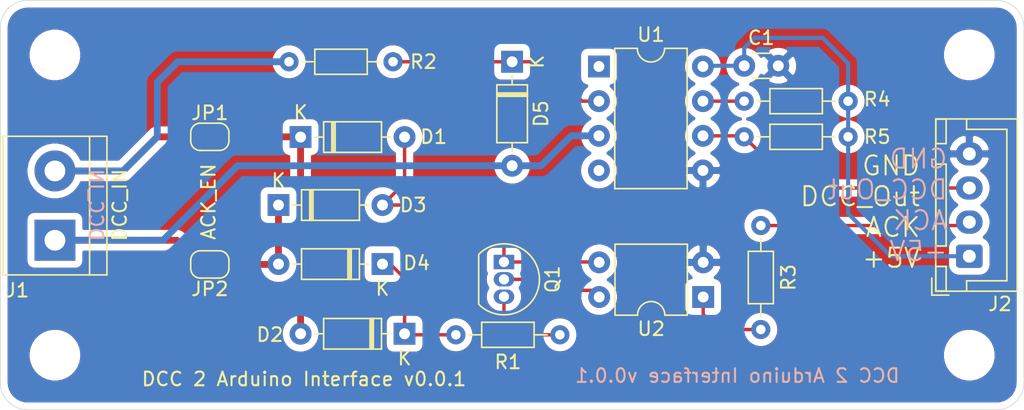
<source format=kicad_pcb>
(kicad_pcb (version 20171130) (host pcbnew 5.1.6-c6e7f7d~87~ubuntu20.04.1)

  (general
    (thickness 1.6)
    (drawings 15)
    (tracks 67)
    (zones 0)
    (modules 22)
    (nets 17)
  )

  (page A4)
  (layers
    (0 F.Cu signal hide)
    (31 B.Cu signal hide)
    (32 B.Adhes user hide)
    (33 F.Adhes user hide)
    (34 B.Paste user hide)
    (35 F.Paste user hide)
    (36 B.SilkS user hide)
    (37 F.SilkS user hide)
    (38 B.Mask user hide)
    (39 F.Mask user hide)
    (40 Dwgs.User user hide)
    (41 Cmts.User user hide)
    (42 Eco1.User user hide)
    (43 Eco2.User user hide)
    (44 Edge.Cuts user)
    (45 Margin user hide)
    (46 B.CrtYd user)
    (47 F.CrtYd user)
    (48 B.Fab user hide)
    (49 F.Fab user)
  )

  (setup
    (last_trace_width 0.25)
    (trace_clearance 0.2)
    (zone_clearance 0.508)
    (zone_45_only no)
    (trace_min 0.2)
    (via_size 0.8)
    (via_drill 0.4)
    (via_min_size 0.4)
    (via_min_drill 0.3)
    (uvia_size 0.3)
    (uvia_drill 0.1)
    (uvias_allowed no)
    (uvia_min_size 0.2)
    (uvia_min_drill 0.1)
    (edge_width 0.05)
    (segment_width 0.2)
    (pcb_text_width 0.3)
    (pcb_text_size 1.5 1.5)
    (mod_edge_width 0.12)
    (mod_text_size 1 1)
    (mod_text_width 0.15)
    (pad_size 1.524 1.524)
    (pad_drill 0.762)
    (pad_to_mask_clearance 0.05)
    (aux_axis_origin 0 0)
    (visible_elements FFFFFF7F)
    (pcbplotparams
      (layerselection 0x010fc_ffffffff)
      (usegerberextensions false)
      (usegerberattributes true)
      (usegerberadvancedattributes true)
      (creategerberjobfile true)
      (excludeedgelayer true)
      (linewidth 0.100000)
      (plotframeref false)
      (viasonmask false)
      (mode 1)
      (useauxorigin false)
      (hpglpennumber 1)
      (hpglpenspeed 20)
      (hpglpendiameter 15.000000)
      (psnegative false)
      (psa4output false)
      (plotreference true)
      (plotvalue true)
      (plotinvisibletext false)
      (padsonsilk false)
      (subtractmaskfromsilk false)
      (outputformat 1)
      (mirror false)
      (drillshape 1)
      (scaleselection 1)
      (outputdirectory ""))
  )

  (net 0 "")
  (net 1 GND)
  (net 2 VCC)
  (net 3 "Net-(D1-Pad2)")
  (net 4 "Net-(D2-Pad1)")
  (net 5 "Net-(D5-Pad1)")
  (net 6 /DCC_IN)
  (net 7 /ack)
  (net 8 "Net-(Q1-Pad3)")
  (net 9 "Net-(Q1-Pad2)")
  (net 10 "Net-(R3-Pad2)")
  (net 11 "Net-(R4-Pad1)")
  (net 12 "Net-(U1-Pad1)")
  (net 13 /J_ACK)
  (net 14 /K_ACK)
  (net 15 /K)
  (net 16 /J)

  (net_class Default "This is the default net class."
    (clearance 0.2)
    (trace_width 0.25)
    (via_dia 0.8)
    (via_drill 0.4)
    (uvia_dia 0.3)
    (uvia_drill 0.1)
    (add_net /DCC_IN)
    (add_net /ack)
    (add_net GND)
    (add_net "Net-(D1-Pad2)")
    (add_net "Net-(D2-Pad1)")
    (add_net "Net-(D5-Pad1)")
    (add_net "Net-(Q1-Pad2)")
    (add_net "Net-(Q1-Pad3)")
    (add_net "Net-(R3-Pad2)")
    (add_net "Net-(R4-Pad1)")
    (add_net "Net-(U1-Pad1)")
  )

  (net_class IN ""
    (clearance 0.2)
    (trace_width 0.5)
    (via_dia 0.8)
    (via_drill 0.4)
    (uvia_dia 0.3)
    (uvia_drill 0.1)
    (add_net /J)
    (add_net /J_ACK)
    (add_net /K)
    (add_net /K_ACK)
  )

  (net_class VCC ""
    (clearance 0.2)
    (trace_width 0.3)
    (via_dia 0.8)
    (via_drill 0.4)
    (uvia_dia 0.3)
    (uvia_drill 0.1)
    (add_net VCC)
  )

  (module MountingHole:MountingHole_2.7mm_M2.5 (layer F.Cu) (tedit 56D1B4CB) (tstamp 5F3E443C)
    (at 121 96)
    (descr "Mounting Hole 2.7mm, no annular, M2.5")
    (tags "mounting hole 2.7mm no annular m2.5")
    (path /5F46EA89)
    (attr virtual)
    (fp_text reference H4 (at 0 -3.7) (layer F.SilkS) hide
      (effects (font (size 1 1) (thickness 0.15)))
    )
    (fp_text value MountingHole (at 0 3.7) (layer F.Fab) hide
      (effects (font (size 1 1) (thickness 0.15)))
    )
    (fp_circle (center 0 0) (end 2.95 0) (layer F.CrtYd) (width 0.05))
    (fp_circle (center 0 0) (end 2.7 0) (layer Cmts.User) (width 0.15))
    (fp_text user %R (at 0.3 0) (layer F.Fab)
      (effects (font (size 1 1) (thickness 0.15)))
    )
    (pad 1 np_thru_hole circle (at 0 0) (size 2.7 2.7) (drill 2.7) (layers *.Cu *.Mask))
  )

  (module MountingHole:MountingHole_2.7mm_M2.5 (layer F.Cu) (tedit 56D1B4CB) (tstamp 5F3E4434)
    (at 121 74)
    (descr "Mounting Hole 2.7mm, no annular, M2.5")
    (tags "mounting hole 2.7mm no annular m2.5")
    (path /5F46E116)
    (attr virtual)
    (fp_text reference H3 (at 0 -3.7) (layer F.SilkS) hide
      (effects (font (size 1 1) (thickness 0.15)))
    )
    (fp_text value MountingHole (at 0 3.7) (layer F.Fab) hide
      (effects (font (size 1 1) (thickness 0.15)))
    )
    (fp_circle (center 0 0) (end 2.95 0) (layer F.CrtYd) (width 0.05))
    (fp_circle (center 0 0) (end 2.7 0) (layer Cmts.User) (width 0.15))
    (fp_text user %R (at 0.3 0) (layer F.Fab)
      (effects (font (size 1 1) (thickness 0.15)))
    )
    (pad 1 np_thru_hole circle (at 0 0) (size 2.7 2.7) (drill 2.7) (layers *.Cu *.Mask))
  )

  (module MountingHole:MountingHole_2.7mm_M2.5 (layer F.Cu) (tedit 56D1B4CB) (tstamp 5F3E4846)
    (at 54 96)
    (descr "Mounting Hole 2.7mm, no annular, M2.5")
    (tags "mounting hole 2.7mm no annular m2.5")
    (path /5F46E5A1)
    (attr virtual)
    (fp_text reference H2 (at 0 -3.7) (layer F.SilkS) hide
      (effects (font (size 1 1) (thickness 0.15)))
    )
    (fp_text value MountingHole (at 0 5.5) (layer F.Fab) hide
      (effects (font (size 1 1) (thickness 0.15)))
    )
    (fp_circle (center 0 0) (end 2.95 0) (layer F.CrtYd) (width 0.05))
    (fp_circle (center 0 0) (end 2.7 0) (layer Cmts.User) (width 0.15))
    (fp_text user %R (at 0.3 0) (layer F.Fab)
      (effects (font (size 1 1) (thickness 0.15)))
    )
    (pad 1 np_thru_hole circle (at 0 0) (size 2.7 2.7) (drill 2.7) (layers *.Cu *.Mask))
  )

  (module MountingHole:MountingHole_2.7mm_M2.5 (layer F.Cu) (tedit 56D1B4CB) (tstamp 5F3E4695)
    (at 54 74)
    (descr "Mounting Hole 2.7mm, no annular, M2.5")
    (tags "mounting hole 2.7mm no annular m2.5")
    (path /5F46D1CB)
    (attr virtual)
    (fp_text reference H1 (at 0 -3.7) (layer F.SilkS) hide
      (effects (font (size 1 1) (thickness 0.15)))
    )
    (fp_text value MountingHole (at 0 -5.5) (layer F.Fab) hide
      (effects (font (size 1 1) (thickness 0.15)))
    )
    (fp_circle (center 0 0) (end 2.95 0) (layer F.CrtYd) (width 0.05))
    (fp_circle (center 0 0) (end 2.7 0) (layer Cmts.User) (width 0.15))
    (fp_text user %R (at 0.3 0) (layer F.Fab)
      (effects (font (size 1 1) (thickness 0.15)))
    )
    (pad 1 np_thru_hole circle (at 0 0) (size 2.7 2.7) (drill 2.7) (layers *.Cu *.Mask))
  )

  (module Package_DIP:DIP-4_W7.62mm (layer F.Cu) (tedit 5A02E8C5) (tstamp 5F3D9E2A)
    (at 101.5 91.7384 180)
    (descr "4-lead though-hole mounted DIP package, row spacing 7.62 mm (300 mils)")
    (tags "THT DIP DIL PDIP 2.54mm 7.62mm 300mil")
    (path /5F401D30)
    (fp_text reference U2 (at 3.81 -2.33) (layer F.SilkS)
      (effects (font (size 1 1) (thickness 0.15)))
    )
    (fp_text value PC817 (at 3.81 4.87) (layer F.Fab)
      (effects (font (size 1 1) (thickness 0.15)))
    )
    (fp_line (start 8.7 -1.55) (end -1.1 -1.55) (layer F.CrtYd) (width 0.05))
    (fp_line (start 8.7 4.1) (end 8.7 -1.55) (layer F.CrtYd) (width 0.05))
    (fp_line (start -1.1 4.1) (end 8.7 4.1) (layer F.CrtYd) (width 0.05))
    (fp_line (start -1.1 -1.55) (end -1.1 4.1) (layer F.CrtYd) (width 0.05))
    (fp_line (start 6.46 -1.33) (end 4.81 -1.33) (layer F.SilkS) (width 0.12))
    (fp_line (start 6.46 3.87) (end 6.46 -1.33) (layer F.SilkS) (width 0.12))
    (fp_line (start 1.16 3.87) (end 6.46 3.87) (layer F.SilkS) (width 0.12))
    (fp_line (start 1.16 -1.33) (end 1.16 3.87) (layer F.SilkS) (width 0.12))
    (fp_line (start 2.81 -1.33) (end 1.16 -1.33) (layer F.SilkS) (width 0.12))
    (fp_line (start 0.635 -0.27) (end 1.635 -1.27) (layer F.Fab) (width 0.1))
    (fp_line (start 0.635 3.81) (end 0.635 -0.27) (layer F.Fab) (width 0.1))
    (fp_line (start 6.985 3.81) (end 0.635 3.81) (layer F.Fab) (width 0.1))
    (fp_line (start 6.985 -1.27) (end 6.985 3.81) (layer F.Fab) (width 0.1))
    (fp_line (start 1.635 -1.27) (end 6.985 -1.27) (layer F.Fab) (width 0.1))
    (fp_text user %R (at 3.81 1.27) (layer F.Fab)
      (effects (font (size 1 1) (thickness 0.15)))
    )
    (fp_arc (start 3.81 -1.33) (end 2.81 -1.33) (angle -180) (layer F.SilkS) (width 0.12))
    (pad 4 thru_hole oval (at 7.62 0 180) (size 1.6 1.6) (drill 0.8) (layers *.Cu *.Mask)
      (net 9 "Net-(Q1-Pad2)"))
    (pad 2 thru_hole oval (at 0 2.54 180) (size 1.6 1.6) (drill 0.8) (layers *.Cu *.Mask)
      (net 1 GND))
    (pad 3 thru_hole oval (at 7.62 2.54 180) (size 1.6 1.6) (drill 0.8) (layers *.Cu *.Mask)
      (net 3 "Net-(D1-Pad2)"))
    (pad 1 thru_hole rect (at 0 0 180) (size 1.6 1.6) (drill 0.8) (layers *.Cu *.Mask)
      (net 10 "Net-(R3-Pad2)"))
    (model ${KISYS3DMOD}/Package_DIP.3dshapes/DIP-4_W7.62mm.wrl
      (at (xyz 0 0 0))
      (scale (xyz 1 1 1))
      (rotate (xyz 0 0 0))
    )
  )

  (module Package_DIP:DIP-8_W7.62mm (layer F.Cu) (tedit 5A02E8C5) (tstamp 5F3D9E12)
    (at 93.8606 74.8474)
    (descr "8-lead though-hole mounted DIP package, row spacing 7.62 mm (300 mils)")
    (tags "THT DIP DIL PDIP 2.54mm 7.62mm 300mil")
    (path /5F406B36)
    (fp_text reference U1 (at 3.81 -2.33) (layer F.SilkS)
      (effects (font (size 1 1) (thickness 0.15)))
    )
    (fp_text value 6N137 (at 3.81 9.95) (layer F.Fab)
      (effects (font (size 1 1) (thickness 0.15)))
    )
    (fp_line (start 8.7 -1.55) (end -1.1 -1.55) (layer F.CrtYd) (width 0.05))
    (fp_line (start 8.7 9.15) (end 8.7 -1.55) (layer F.CrtYd) (width 0.05))
    (fp_line (start -1.1 9.15) (end 8.7 9.15) (layer F.CrtYd) (width 0.05))
    (fp_line (start -1.1 -1.55) (end -1.1 9.15) (layer F.CrtYd) (width 0.05))
    (fp_line (start 6.46 -1.33) (end 4.81 -1.33) (layer F.SilkS) (width 0.12))
    (fp_line (start 6.46 8.95) (end 6.46 -1.33) (layer F.SilkS) (width 0.12))
    (fp_line (start 1.16 8.95) (end 6.46 8.95) (layer F.SilkS) (width 0.12))
    (fp_line (start 1.16 -1.33) (end 1.16 8.95) (layer F.SilkS) (width 0.12))
    (fp_line (start 2.81 -1.33) (end 1.16 -1.33) (layer F.SilkS) (width 0.12))
    (fp_line (start 0.635 -0.27) (end 1.635 -1.27) (layer F.Fab) (width 0.1))
    (fp_line (start 0.635 8.89) (end 0.635 -0.27) (layer F.Fab) (width 0.1))
    (fp_line (start 6.985 8.89) (end 0.635 8.89) (layer F.Fab) (width 0.1))
    (fp_line (start 6.985 -1.27) (end 6.985 8.89) (layer F.Fab) (width 0.1))
    (fp_line (start 1.635 -1.27) (end 6.985 -1.27) (layer F.Fab) (width 0.1))
    (fp_text user %R (at 3.81 3.81) (layer F.Fab)
      (effects (font (size 1 1) (thickness 0.15)))
    )
    (fp_arc (start 3.81 -1.33) (end 2.81 -1.33) (angle -180) (layer F.SilkS) (width 0.12))
    (pad 8 thru_hole oval (at 7.62 0) (size 1.6 1.6) (drill 0.8) (layers *.Cu *.Mask)
      (net 2 VCC))
    (pad 4 thru_hole oval (at 0 7.62) (size 1.6 1.6) (drill 0.8) (layers *.Cu *.Mask))
    (pad 7 thru_hole oval (at 7.62 2.54) (size 1.6 1.6) (drill 0.8) (layers *.Cu *.Mask)
      (net 11 "Net-(R4-Pad1)"))
    (pad 3 thru_hole oval (at 0 5.08) (size 1.6 1.6) (drill 0.8) (layers *.Cu *.Mask)
      (net 15 /K))
    (pad 6 thru_hole oval (at 7.62 5.08) (size 1.6 1.6) (drill 0.8) (layers *.Cu *.Mask)
      (net 6 /DCC_IN))
    (pad 2 thru_hole oval (at 0 2.54) (size 1.6 1.6) (drill 0.8) (layers *.Cu *.Mask)
      (net 5 "Net-(D5-Pad1)"))
    (pad 5 thru_hole oval (at 7.62 7.62) (size 1.6 1.6) (drill 0.8) (layers *.Cu *.Mask)
      (net 1 GND))
    (pad 1 thru_hole rect (at 0 0) (size 1.6 1.6) (drill 0.8) (layers *.Cu *.Mask)
      (net 12 "Net-(U1-Pad1)"))
    (model ${KISYS3DMOD}/Package_DIP.3dshapes/DIP-8_W7.62mm.wrl
      (at (xyz 0 0 0))
      (scale (xyz 1 1 1))
      (rotate (xyz 0 0 0))
    )
  )

  (module Resistor_THT:R_Axial_DIN0204_L3.6mm_D1.6mm_P7.62mm_Horizontal (layer F.Cu) (tedit 5AE5139B) (tstamp 5F3D9DF6)
    (at 104.5 80)
    (descr "Resistor, Axial_DIN0204 series, Axial, Horizontal, pin pitch=7.62mm, 0.167W, length*diameter=3.6*1.6mm^2, http://cdn-reichelt.de/documents/datenblatt/B400/1_4W%23YAG.pdf")
    (tags "Resistor Axial_DIN0204 series Axial Horizontal pin pitch 7.62mm 0.167W length 3.6mm diameter 1.6mm")
    (path /5F41FB7B)
    (fp_text reference R5 (at 9.75 0) (layer F.SilkS)
      (effects (font (size 1 1) (thickness 0.15)))
    )
    (fp_text value 10k (at 10.25 0) (layer F.Fab)
      (effects (font (size 1 1) (thickness 0.15)))
    )
    (fp_line (start 8.57 -1.05) (end -0.95 -1.05) (layer F.CrtYd) (width 0.05))
    (fp_line (start 8.57 1.05) (end 8.57 -1.05) (layer F.CrtYd) (width 0.05))
    (fp_line (start -0.95 1.05) (end 8.57 1.05) (layer F.CrtYd) (width 0.05))
    (fp_line (start -0.95 -1.05) (end -0.95 1.05) (layer F.CrtYd) (width 0.05))
    (fp_line (start 6.68 0) (end 5.73 0) (layer F.SilkS) (width 0.12))
    (fp_line (start 0.94 0) (end 1.89 0) (layer F.SilkS) (width 0.12))
    (fp_line (start 5.73 -0.92) (end 1.89 -0.92) (layer F.SilkS) (width 0.12))
    (fp_line (start 5.73 0.92) (end 5.73 -0.92) (layer F.SilkS) (width 0.12))
    (fp_line (start 1.89 0.92) (end 5.73 0.92) (layer F.SilkS) (width 0.12))
    (fp_line (start 1.89 -0.92) (end 1.89 0.92) (layer F.SilkS) (width 0.12))
    (fp_line (start 7.62 0) (end 5.61 0) (layer F.Fab) (width 0.1))
    (fp_line (start 0 0) (end 2.01 0) (layer F.Fab) (width 0.1))
    (fp_line (start 5.61 -0.8) (end 2.01 -0.8) (layer F.Fab) (width 0.1))
    (fp_line (start 5.61 0.8) (end 5.61 -0.8) (layer F.Fab) (width 0.1))
    (fp_line (start 2.01 0.8) (end 5.61 0.8) (layer F.Fab) (width 0.1))
    (fp_line (start 2.01 -0.8) (end 2.01 0.8) (layer F.Fab) (width 0.1))
    (fp_text user %R (at 3.81 0) (layer F.Fab)
      (effects (font (size 0.72 0.72) (thickness 0.108)))
    )
    (pad 2 thru_hole oval (at 7.62 0) (size 1.4 1.4) (drill 0.7) (layers *.Cu *.Mask)
      (net 2 VCC))
    (pad 1 thru_hole circle (at 0 0) (size 1.4 1.4) (drill 0.7) (layers *.Cu *.Mask)
      (net 6 /DCC_IN))
    (model ${KISYS3DMOD}/Resistor_THT.3dshapes/R_Axial_DIN0204_L3.6mm_D1.6mm_P7.62mm_Horizontal.wrl
      (at (xyz 0 0 0))
      (scale (xyz 1 1 1))
      (rotate (xyz 0 0 0))
    )
  )

  (module Resistor_THT:R_Axial_DIN0204_L3.6mm_D1.6mm_P7.62mm_Horizontal (layer F.Cu) (tedit 5AE5139B) (tstamp 5F3E2B6D)
    (at 104.5 77.3874)
    (descr "Resistor, Axial_DIN0204 series, Axial, Horizontal, pin pitch=7.62mm, 0.167W, length*diameter=3.6*1.6mm^2, http://cdn-reichelt.de/documents/datenblatt/B400/1_4W%23YAG.pdf")
    (tags "Resistor Axial_DIN0204 series Axial Horizontal pin pitch 7.62mm 0.167W length 3.6mm diameter 1.6mm")
    (path /5F415B12)
    (fp_text reference R4 (at 9.75 -0.1374) (layer F.SilkS)
      (effects (font (size 1 1) (thickness 0.15)))
    )
    (fp_text value 10k (at 10.25 0.1126) (layer F.Fab)
      (effects (font (size 1 1) (thickness 0.15)))
    )
    (fp_line (start 8.57 -1.05) (end -0.95 -1.05) (layer F.CrtYd) (width 0.05))
    (fp_line (start 8.57 1.05) (end 8.57 -1.05) (layer F.CrtYd) (width 0.05))
    (fp_line (start -0.95 1.05) (end 8.57 1.05) (layer F.CrtYd) (width 0.05))
    (fp_line (start -0.95 -1.05) (end -0.95 1.05) (layer F.CrtYd) (width 0.05))
    (fp_line (start 6.68 0) (end 5.73 0) (layer F.SilkS) (width 0.12))
    (fp_line (start 0.94 0) (end 1.89 0) (layer F.SilkS) (width 0.12))
    (fp_line (start 5.73 -0.92) (end 1.89 -0.92) (layer F.SilkS) (width 0.12))
    (fp_line (start 5.73 0.92) (end 5.73 -0.92) (layer F.SilkS) (width 0.12))
    (fp_line (start 1.89 0.92) (end 5.73 0.92) (layer F.SilkS) (width 0.12))
    (fp_line (start 1.89 -0.92) (end 1.89 0.92) (layer F.SilkS) (width 0.12))
    (fp_line (start 7.62 0) (end 5.61 0) (layer F.Fab) (width 0.1))
    (fp_line (start 0 0) (end 2.01 0) (layer F.Fab) (width 0.1))
    (fp_line (start 5.61 -0.8) (end 2.01 -0.8) (layer F.Fab) (width 0.1))
    (fp_line (start 5.61 0.8) (end 5.61 -0.8) (layer F.Fab) (width 0.1))
    (fp_line (start 2.01 0.8) (end 5.61 0.8) (layer F.Fab) (width 0.1))
    (fp_line (start 2.01 -0.8) (end 2.01 0.8) (layer F.Fab) (width 0.1))
    (fp_text user %R (at 3.81 0) (layer F.Fab)
      (effects (font (size 0.72 0.72) (thickness 0.108)))
    )
    (pad 2 thru_hole oval (at 7.62 0) (size 1.4 1.4) (drill 0.7) (layers *.Cu *.Mask)
      (net 2 VCC))
    (pad 1 thru_hole circle (at 0 0) (size 1.4 1.4) (drill 0.7) (layers *.Cu *.Mask)
      (net 11 "Net-(R4-Pad1)"))
    (model ${KISYS3DMOD}/Resistor_THT.3dshapes/R_Axial_DIN0204_L3.6mm_D1.6mm_P7.62mm_Horizontal.wrl
      (at (xyz 0 0 0))
      (scale (xyz 1 1 1))
      (rotate (xyz 0 0 0))
    )
  )

  (module Resistor_THT:R_Axial_DIN0204_L3.6mm_D1.6mm_P7.62mm_Horizontal (layer F.Cu) (tedit 5AE5139B) (tstamp 5F3D9DC8)
    (at 105.7224 86.5 270)
    (descr "Resistor, Axial_DIN0204 series, Axial, Horizontal, pin pitch=7.62mm, 0.167W, length*diameter=3.6*1.6mm^2, http://cdn-reichelt.de/documents/datenblatt/B400/1_4W%23YAG.pdf")
    (tags "Resistor Axial_DIN0204 series Axial Horizontal pin pitch 7.62mm 0.167W length 3.6mm diameter 1.6mm")
    (path /5F41C394)
    (fp_text reference R3 (at 3.81 -2.0276 90) (layer F.SilkS)
      (effects (font (size 1 1) (thickness 0.15)))
    )
    (fp_text value 1K (at 3.81 1.92 90) (layer F.Fab)
      (effects (font (size 1 1) (thickness 0.15)))
    )
    (fp_line (start 8.57 -1.05) (end -0.95 -1.05) (layer F.CrtYd) (width 0.05))
    (fp_line (start 8.57 1.05) (end 8.57 -1.05) (layer F.CrtYd) (width 0.05))
    (fp_line (start -0.95 1.05) (end 8.57 1.05) (layer F.CrtYd) (width 0.05))
    (fp_line (start -0.95 -1.05) (end -0.95 1.05) (layer F.CrtYd) (width 0.05))
    (fp_line (start 6.68 0) (end 5.73 0) (layer F.SilkS) (width 0.12))
    (fp_line (start 0.94 0) (end 1.89 0) (layer F.SilkS) (width 0.12))
    (fp_line (start 5.73 -0.92) (end 1.89 -0.92) (layer F.SilkS) (width 0.12))
    (fp_line (start 5.73 0.92) (end 5.73 -0.92) (layer F.SilkS) (width 0.12))
    (fp_line (start 1.89 0.92) (end 5.73 0.92) (layer F.SilkS) (width 0.12))
    (fp_line (start 1.89 -0.92) (end 1.89 0.92) (layer F.SilkS) (width 0.12))
    (fp_line (start 7.62 0) (end 5.61 0) (layer F.Fab) (width 0.1))
    (fp_line (start 0 0) (end 2.01 0) (layer F.Fab) (width 0.1))
    (fp_line (start 5.61 -0.8) (end 2.01 -0.8) (layer F.Fab) (width 0.1))
    (fp_line (start 5.61 0.8) (end 5.61 -0.8) (layer F.Fab) (width 0.1))
    (fp_line (start 2.01 0.8) (end 5.61 0.8) (layer F.Fab) (width 0.1))
    (fp_line (start 2.01 -0.8) (end 2.01 0.8) (layer F.Fab) (width 0.1))
    (fp_text user %R (at 3.81 0 90) (layer F.Fab)
      (effects (font (size 0.72 0.72) (thickness 0.108)))
    )
    (pad 2 thru_hole oval (at 7.62 0 270) (size 1.4 1.4) (drill 0.7) (layers *.Cu *.Mask)
      (net 10 "Net-(R3-Pad2)"))
    (pad 1 thru_hole circle (at 0 0 270) (size 1.4 1.4) (drill 0.7) (layers *.Cu *.Mask)
      (net 7 /ack))
    (model ${KISYS3DMOD}/Resistor_THT.3dshapes/R_Axial_DIN0204_L3.6mm_D1.6mm_P7.62mm_Horizontal.wrl
      (at (xyz 0 0 0))
      (scale (xyz 1 1 1))
      (rotate (xyz 0 0 0))
    )
  )

  (module Resistor_THT:R_Axial_DIN0204_L3.6mm_D1.6mm_P7.62mm_Horizontal (layer F.Cu) (tedit 5AE5139B) (tstamp 5F3D9DB1)
    (at 78.773 74.5 180)
    (descr "Resistor, Axial_DIN0204 series, Axial, Horizontal, pin pitch=7.62mm, 0.167W, length*diameter=3.6*1.6mm^2, http://cdn-reichelt.de/documents/datenblatt/B400/1_4W%23YAG.pdf")
    (tags "Resistor Axial_DIN0204 series Axial Horizontal pin pitch 7.62mm 0.167W length 3.6mm diameter 1.6mm")
    (path /5F3F8A47)
    (fp_text reference R2 (at -2.227 0) (layer F.SilkS)
      (effects (font (size 1 1) (thickness 0.15)))
    )
    (fp_text value 3k9 (at 3.81 1.92) (layer F.Fab)
      (effects (font (size 1 1) (thickness 0.15)))
    )
    (fp_line (start 8.57 -1.05) (end -0.95 -1.05) (layer F.CrtYd) (width 0.05))
    (fp_line (start 8.57 1.05) (end 8.57 -1.05) (layer F.CrtYd) (width 0.05))
    (fp_line (start -0.95 1.05) (end 8.57 1.05) (layer F.CrtYd) (width 0.05))
    (fp_line (start -0.95 -1.05) (end -0.95 1.05) (layer F.CrtYd) (width 0.05))
    (fp_line (start 6.68 0) (end 5.73 0) (layer F.SilkS) (width 0.12))
    (fp_line (start 0.94 0) (end 1.89 0) (layer F.SilkS) (width 0.12))
    (fp_line (start 5.73 -0.92) (end 1.89 -0.92) (layer F.SilkS) (width 0.12))
    (fp_line (start 5.73 0.92) (end 5.73 -0.92) (layer F.SilkS) (width 0.12))
    (fp_line (start 1.89 0.92) (end 5.73 0.92) (layer F.SilkS) (width 0.12))
    (fp_line (start 1.89 -0.92) (end 1.89 0.92) (layer F.SilkS) (width 0.12))
    (fp_line (start 7.62 0) (end 5.61 0) (layer F.Fab) (width 0.1))
    (fp_line (start 0 0) (end 2.01 0) (layer F.Fab) (width 0.1))
    (fp_line (start 5.61 -0.8) (end 2.01 -0.8) (layer F.Fab) (width 0.1))
    (fp_line (start 5.61 0.8) (end 5.61 -0.8) (layer F.Fab) (width 0.1))
    (fp_line (start 2.01 0.8) (end 5.61 0.8) (layer F.Fab) (width 0.1))
    (fp_line (start 2.01 -0.8) (end 2.01 0.8) (layer F.Fab) (width 0.1))
    (fp_text user %R (at 3.81 0) (layer F.Fab)
      (effects (font (size 0.72 0.72) (thickness 0.108)))
    )
    (pad 2 thru_hole oval (at 7.62 0 180) (size 1.4 1.4) (drill 0.7) (layers *.Cu *.Mask)
      (net 16 /J))
    (pad 1 thru_hole circle (at 0 0 180) (size 1.4 1.4) (drill 0.7) (layers *.Cu *.Mask)
      (net 5 "Net-(D5-Pad1)"))
    (model ${KISYS3DMOD}/Resistor_THT.3dshapes/R_Axial_DIN0204_L3.6mm_D1.6mm_P7.62mm_Horizontal.wrl
      (at (xyz 0 0 0))
      (scale (xyz 1 1 1))
      (rotate (xyz 0 0 0))
    )
  )

  (module Resistor_THT:R_Axial_DIN0204_L3.6mm_D1.6mm_P7.62mm_Horizontal (layer F.Cu) (tedit 5AE5139B) (tstamp 5F3D9D9A)
    (at 91 94.507 180)
    (descr "Resistor, Axial_DIN0204 series, Axial, Horizontal, pin pitch=7.62mm, 0.167W, length*diameter=3.6*1.6mm^2, http://cdn-reichelt.de/documents/datenblatt/B400/1_4W%23YAG.pdf")
    (tags "Resistor Axial_DIN0204 series Axial Horizontal pin pitch 7.62mm 0.167W length 3.6mm diameter 1.6mm")
    (path /5F3D6F9F)
    (fp_text reference R1 (at 3.81 -1.993) (layer F.SilkS)
      (effects (font (size 1 1) (thickness 0.15)))
    )
    (fp_text value 100 (at 3.81 -2.243) (layer F.Fab)
      (effects (font (size 1 1) (thickness 0.15)))
    )
    (fp_line (start 8.57 -1.05) (end -0.95 -1.05) (layer F.CrtYd) (width 0.05))
    (fp_line (start 8.57 1.05) (end 8.57 -1.05) (layer F.CrtYd) (width 0.05))
    (fp_line (start -0.95 1.05) (end 8.57 1.05) (layer F.CrtYd) (width 0.05))
    (fp_line (start -0.95 -1.05) (end -0.95 1.05) (layer F.CrtYd) (width 0.05))
    (fp_line (start 6.68 0) (end 5.73 0) (layer F.SilkS) (width 0.12))
    (fp_line (start 0.94 0) (end 1.89 0) (layer F.SilkS) (width 0.12))
    (fp_line (start 5.73 -0.92) (end 1.89 -0.92) (layer F.SilkS) (width 0.12))
    (fp_line (start 5.73 0.92) (end 5.73 -0.92) (layer F.SilkS) (width 0.12))
    (fp_line (start 1.89 0.92) (end 5.73 0.92) (layer F.SilkS) (width 0.12))
    (fp_line (start 1.89 -0.92) (end 1.89 0.92) (layer F.SilkS) (width 0.12))
    (fp_line (start 7.62 0) (end 5.61 0) (layer F.Fab) (width 0.1))
    (fp_line (start 0 0) (end 2.01 0) (layer F.Fab) (width 0.1))
    (fp_line (start 5.61 -0.8) (end 2.01 -0.8) (layer F.Fab) (width 0.1))
    (fp_line (start 5.61 0.8) (end 5.61 -0.8) (layer F.Fab) (width 0.1))
    (fp_line (start 2.01 0.8) (end 5.61 0.8) (layer F.Fab) (width 0.1))
    (fp_line (start 2.01 -0.8) (end 2.01 0.8) (layer F.Fab) (width 0.1))
    (fp_text user %R (at 3.81 0) (layer F.Fab)
      (effects (font (size 0.72 0.72) (thickness 0.108)))
    )
    (pad 2 thru_hole oval (at 7.62 0 180) (size 1.4 1.4) (drill 0.7) (layers *.Cu *.Mask)
      (net 4 "Net-(D2-Pad1)"))
    (pad 1 thru_hole circle (at 0 0 180) (size 1.4 1.4) (drill 0.7) (layers *.Cu *.Mask)
      (net 8 "Net-(Q1-Pad3)"))
    (model ${KISYS3DMOD}/Resistor_THT.3dshapes/R_Axial_DIN0204_L3.6mm_D1.6mm_P7.62mm_Horizontal.wrl
      (at (xyz 0 0 0))
      (scale (xyz 1 1 1))
      (rotate (xyz 0 0 0))
    )
  )

  (module Package_TO_SOT_THT:TO-92_Inline (layer F.Cu) (tedit 5A1DD157) (tstamp 5F3D9D83)
    (at 86.901 89.173 270)
    (descr "TO-92 leads in-line, narrow, oval pads, drill 0.75mm (see NXP sot054_po.pdf)")
    (tags "to-92 sc-43 sc-43a sot54 PA33 transistor")
    (path /5F3D5BD2)
    (fp_text reference Q1 (at 1.27 -3.56 90) (layer F.SilkS)
      (effects (font (size 1 1) (thickness 0.15)))
    )
    (fp_text value BC560 (at 1.27 2.79 90) (layer F.Fab)
      (effects (font (size 1 1) (thickness 0.15)))
    )
    (fp_line (start 4 2.01) (end -1.46 2.01) (layer F.CrtYd) (width 0.05))
    (fp_line (start 4 2.01) (end 4 -2.73) (layer F.CrtYd) (width 0.05))
    (fp_line (start -1.46 -2.73) (end -1.46 2.01) (layer F.CrtYd) (width 0.05))
    (fp_line (start -1.46 -2.73) (end 4 -2.73) (layer F.CrtYd) (width 0.05))
    (fp_line (start -0.5 1.75) (end 3 1.75) (layer F.Fab) (width 0.1))
    (fp_line (start -0.53 1.85) (end 3.07 1.85) (layer F.SilkS) (width 0.12))
    (fp_arc (start 1.27 0) (end 1.27 -2.6) (angle 135) (layer F.SilkS) (width 0.12))
    (fp_arc (start 1.27 0) (end 1.27 -2.48) (angle -135) (layer F.Fab) (width 0.1))
    (fp_arc (start 1.27 0) (end 1.27 -2.6) (angle -135) (layer F.SilkS) (width 0.12))
    (fp_arc (start 1.27 0) (end 1.27 -2.48) (angle 135) (layer F.Fab) (width 0.1))
    (fp_text user %R (at 1.27 -3.56 90) (layer F.Fab)
      (effects (font (size 1 1) (thickness 0.15)))
    )
    (pad 1 thru_hole rect (at 0 0 270) (size 1.05 1.5) (drill 0.75) (layers *.Cu *.Mask)
      (net 3 "Net-(D1-Pad2)"))
    (pad 3 thru_hole oval (at 2.54 0 270) (size 1.05 1.5) (drill 0.75) (layers *.Cu *.Mask)
      (net 8 "Net-(Q1-Pad3)"))
    (pad 2 thru_hole oval (at 1.27 0 270) (size 1.05 1.5) (drill 0.75) (layers *.Cu *.Mask)
      (net 9 "Net-(Q1-Pad2)"))
    (model ${KISYS3DMOD}/Package_TO_SOT_THT.3dshapes/TO-92_Inline.wrl
      (at (xyz 0 0 0))
      (scale (xyz 1 1 1))
      (rotate (xyz 0 0 0))
    )
  )

  (module Jumper:SolderJumper-2_P1.3mm_Bridged_RoundedPad1.0x1.5mm (layer F.Cu) (tedit 5C745284) (tstamp 5F3D9D71)
    (at 65.35 89.3508 180)
    (descr "SMD Solder Jumper, 1x1.5mm, rounded Pads, 0.3mm gap, bridged with 1 copper strip")
    (tags "solder jumper open")
    (path /5F3D8691)
    (attr virtual)
    (fp_text reference JP2 (at 0 -1.8) (layer F.SilkS)
      (effects (font (size 1 1) (thickness 0.15)))
    )
    (fp_text value Jumper_NC_Small (at 0 -2.3992) (layer F.Fab) hide
      (effects (font (size 1 1) (thickness 0.15)))
    )
    (fp_poly (pts (xy 0.25 -0.3) (xy -0.25 -0.3) (xy -0.25 0.3) (xy 0.25 0.3)) (layer F.Cu) (width 0))
    (fp_line (start 1.65 1.25) (end -1.65 1.25) (layer F.CrtYd) (width 0.05))
    (fp_line (start 1.65 1.25) (end 1.65 -1.25) (layer F.CrtYd) (width 0.05))
    (fp_line (start -1.65 -1.25) (end -1.65 1.25) (layer F.CrtYd) (width 0.05))
    (fp_line (start -1.65 -1.25) (end 1.65 -1.25) (layer F.CrtYd) (width 0.05))
    (fp_line (start -0.7 -1) (end 0.7 -1) (layer F.SilkS) (width 0.12))
    (fp_line (start 1.4 -0.3) (end 1.4 0.3) (layer F.SilkS) (width 0.12))
    (fp_line (start 0.7 1) (end -0.7 1) (layer F.SilkS) (width 0.12))
    (fp_line (start -1.4 0.3) (end -1.4 -0.3) (layer F.SilkS) (width 0.12))
    (fp_arc (start -0.7 -0.3) (end -0.7 -1) (angle -90) (layer F.SilkS) (width 0.12))
    (fp_arc (start -0.7 0.3) (end -1.4 0.3) (angle -90) (layer F.SilkS) (width 0.12))
    (fp_arc (start 0.7 0.3) (end 0.7 1) (angle -90) (layer F.SilkS) (width 0.12))
    (fp_arc (start 0.7 -0.3) (end 1.4 -0.3) (angle -90) (layer F.SilkS) (width 0.12))
    (pad 1 smd custom (at -0.65 0 180) (size 1 0.5) (layers F.Cu F.Mask)
      (net 14 /K_ACK) (zone_connect 2)
      (options (clearance outline) (anchor rect))
      (primitives
        (gr_circle (center 0 0.25) (end 0.5 0.25) (width 0))
        (gr_circle (center 0 -0.25) (end 0.5 -0.25) (width 0))
        (gr_poly (pts
           (xy 0 -0.75) (xy 0.5 -0.75) (xy 0.5 0.75) (xy 0 0.75)) (width 0))
      ))
    (pad 2 smd custom (at 0.65 0 180) (size 1 0.5) (layers F.Cu F.Mask)
      (net 15 /K) (zone_connect 2)
      (options (clearance outline) (anchor rect))
      (primitives
        (gr_circle (center 0 0.25) (end 0.5 0.25) (width 0))
        (gr_circle (center 0 -0.25) (end 0.5 -0.25) (width 0))
        (gr_poly (pts
           (xy 0 -0.75) (xy -0.5 -0.75) (xy -0.5 0.75) (xy 0 0.75)) (width 0))
      ))
  )

  (module Jumper:SolderJumper-2_P1.3mm_Bridged_RoundedPad1.0x1.5mm (layer F.Cu) (tedit 5C745284) (tstamp 5F3D9D5E)
    (at 65.35 80 180)
    (descr "SMD Solder Jumper, 1x1.5mm, rounded Pads, 0.3mm gap, bridged with 1 copper strip")
    (tags "solder jumper open")
    (path /5F3D7AE8)
    (attr virtual)
    (fp_text reference JP1 (at 0 1.75) (layer F.SilkS)
      (effects (font (size 1 1) (thickness 0.15)))
    )
    (fp_text value Jumper_NC_Small (at 1.1 2.25) (layer F.Fab) hide
      (effects (font (size 1 1) (thickness 0.15)))
    )
    (fp_poly (pts (xy 0.25 -0.3) (xy -0.25 -0.3) (xy -0.25 0.3) (xy 0.25 0.3)) (layer F.Cu) (width 0))
    (fp_line (start 1.65 1.25) (end -1.65 1.25) (layer F.CrtYd) (width 0.05))
    (fp_line (start 1.65 1.25) (end 1.65 -1.25) (layer F.CrtYd) (width 0.05))
    (fp_line (start -1.65 -1.25) (end -1.65 1.25) (layer F.CrtYd) (width 0.05))
    (fp_line (start -1.65 -1.25) (end 1.65 -1.25) (layer F.CrtYd) (width 0.05))
    (fp_line (start -0.7 -1) (end 0.7 -1) (layer F.SilkS) (width 0.12))
    (fp_line (start 1.4 -0.3) (end 1.4 0.3) (layer F.SilkS) (width 0.12))
    (fp_line (start 0.7 1) (end -0.7 1) (layer F.SilkS) (width 0.12))
    (fp_line (start -1.4 0.3) (end -1.4 -0.3) (layer F.SilkS) (width 0.12))
    (fp_arc (start -0.7 -0.3) (end -0.7 -1) (angle -90) (layer F.SilkS) (width 0.12))
    (fp_arc (start -0.7 0.3) (end -1.4 0.3) (angle -90) (layer F.SilkS) (width 0.12))
    (fp_arc (start 0.7 0.3) (end 0.7 1) (angle -90) (layer F.SilkS) (width 0.12))
    (fp_arc (start 0.7 -0.3) (end 1.4 -0.3) (angle -90) (layer F.SilkS) (width 0.12))
    (pad 1 smd custom (at -0.65 0 180) (size 1 0.5) (layers F.Cu F.Mask)
      (net 13 /J_ACK) (zone_connect 2)
      (options (clearance outline) (anchor rect))
      (primitives
        (gr_circle (center 0 0.25) (end 0.5 0.25) (width 0))
        (gr_circle (center 0 -0.25) (end 0.5 -0.25) (width 0))
        (gr_poly (pts
           (xy 0 -0.75) (xy 0.5 -0.75) (xy 0.5 0.75) (xy 0 0.75)) (width 0))
      ))
    (pad 2 smd custom (at 0.65 0 180) (size 1 0.5) (layers F.Cu F.Mask)
      (net 16 /J) (zone_connect 2)
      (options (clearance outline) (anchor rect))
      (primitives
        (gr_circle (center 0 0.25) (end 0.5 0.25) (width 0))
        (gr_circle (center 0 -0.25) (end 0.5 -0.25) (width 0))
        (gr_poly (pts
           (xy 0 -0.75) (xy -0.5 -0.75) (xy -0.5 0.75) (xy 0 0.75)) (width 0))
      ))
  )

  (module Connector_JST:JST_XH_B4B-XH-A_1x04_P2.50mm_Vertical (layer F.Cu) (tedit 5C28146C) (tstamp 5F3D9D4B)
    (at 121 88.75 90)
    (descr "JST XH series connector, B4B-XH-A (http://www.jst-mfg.com/product/pdf/eng/eXH.pdf), generated with kicad-footprint-generator")
    (tags "connector JST XH vertical")
    (path /5F450AF3)
    (fp_text reference J2 (at -3.5 2.25 180) (layer F.SilkS)
      (effects (font (size 1 1) (thickness 0.15)))
    )
    (fp_text value Conn_01x04 (at 3.75 4.6 90) (layer F.Fab)
      (effects (font (size 1 1) (thickness 0.15)))
    )
    (fp_line (start -2.85 -2.75) (end -2.85 -1.5) (layer F.SilkS) (width 0.12))
    (fp_line (start -1.6 -2.75) (end -2.85 -2.75) (layer F.SilkS) (width 0.12))
    (fp_line (start 9.3 2.75) (end 3.75 2.75) (layer F.SilkS) (width 0.12))
    (fp_line (start 9.3 -0.2) (end 9.3 2.75) (layer F.SilkS) (width 0.12))
    (fp_line (start 10.05 -0.2) (end 9.3 -0.2) (layer F.SilkS) (width 0.12))
    (fp_line (start -1.8 2.75) (end 3.75 2.75) (layer F.SilkS) (width 0.12))
    (fp_line (start -1.8 -0.2) (end -1.8 2.75) (layer F.SilkS) (width 0.12))
    (fp_line (start -2.55 -0.2) (end -1.8 -0.2) (layer F.SilkS) (width 0.12))
    (fp_line (start 10.05 -2.45) (end 8.25 -2.45) (layer F.SilkS) (width 0.12))
    (fp_line (start 10.05 -1.7) (end 10.05 -2.45) (layer F.SilkS) (width 0.12))
    (fp_line (start 8.25 -1.7) (end 10.05 -1.7) (layer F.SilkS) (width 0.12))
    (fp_line (start 8.25 -2.45) (end 8.25 -1.7) (layer F.SilkS) (width 0.12))
    (fp_line (start -0.75 -2.45) (end -2.55 -2.45) (layer F.SilkS) (width 0.12))
    (fp_line (start -0.75 -1.7) (end -0.75 -2.45) (layer F.SilkS) (width 0.12))
    (fp_line (start -2.55 -1.7) (end -0.75 -1.7) (layer F.SilkS) (width 0.12))
    (fp_line (start -2.55 -2.45) (end -2.55 -1.7) (layer F.SilkS) (width 0.12))
    (fp_line (start 6.75 -2.45) (end 0.75 -2.45) (layer F.SilkS) (width 0.12))
    (fp_line (start 6.75 -1.7) (end 6.75 -2.45) (layer F.SilkS) (width 0.12))
    (fp_line (start 0.75 -1.7) (end 6.75 -1.7) (layer F.SilkS) (width 0.12))
    (fp_line (start 0.75 -2.45) (end 0.75 -1.7) (layer F.SilkS) (width 0.12))
    (fp_line (start 0 -1.35) (end 0.625 -2.35) (layer F.Fab) (width 0.1))
    (fp_line (start -0.625 -2.35) (end 0 -1.35) (layer F.Fab) (width 0.1))
    (fp_line (start 10.45 -2.85) (end -2.95 -2.85) (layer F.CrtYd) (width 0.05))
    (fp_line (start 10.45 3.9) (end 10.45 -2.85) (layer F.CrtYd) (width 0.05))
    (fp_line (start -2.95 3.9) (end 10.45 3.9) (layer F.CrtYd) (width 0.05))
    (fp_line (start -2.95 -2.85) (end -2.95 3.9) (layer F.CrtYd) (width 0.05))
    (fp_line (start 10.06 -2.46) (end -2.56 -2.46) (layer F.SilkS) (width 0.12))
    (fp_line (start 10.06 3.51) (end 10.06 -2.46) (layer F.SilkS) (width 0.12))
    (fp_line (start -2.56 3.51) (end 10.06 3.51) (layer F.SilkS) (width 0.12))
    (fp_line (start -2.56 -2.46) (end -2.56 3.51) (layer F.SilkS) (width 0.12))
    (fp_line (start 9.95 -2.35) (end -2.45 -2.35) (layer F.Fab) (width 0.1))
    (fp_line (start 9.95 3.4) (end 9.95 -2.35) (layer F.Fab) (width 0.1))
    (fp_line (start -2.45 3.4) (end 9.95 3.4) (layer F.Fab) (width 0.1))
    (fp_line (start -2.45 -2.35) (end -2.45 3.4) (layer F.Fab) (width 0.1))
    (fp_text user %R (at 3.75 2.7 90) (layer F.Fab)
      (effects (font (size 1 1) (thickness 0.15)))
    )
    (pad 4 thru_hole oval (at 7.5 0 90) (size 1.7 1.95) (drill 0.95) (layers *.Cu *.Mask)
      (net 1 GND))
    (pad 3 thru_hole oval (at 5 0 90) (size 1.7 1.95) (drill 0.95) (layers *.Cu *.Mask)
      (net 6 /DCC_IN))
    (pad 2 thru_hole oval (at 2.5 0 90) (size 1.7 1.95) (drill 0.95) (layers *.Cu *.Mask)
      (net 7 /ack))
    (pad 1 thru_hole roundrect (at 0 0 90) (size 1.7 1.95) (drill 0.95) (layers *.Cu *.Mask) (roundrect_rratio 0.147059)
      (net 2 VCC))
    (model ${KISYS3DMOD}/Connector_JST.3dshapes/JST_XH_B4B-XH-A_1x04_P2.50mm_Vertical.wrl
      (at (xyz 0 0 0))
      (scale (xyz 1 1 1))
      (rotate (xyz 0 0 0))
    )
  )

  (module TerminalBlock:TerminalBlock_bornier-2_P5.08mm (layer F.Cu) (tedit 59FF03AB) (tstamp 5F3E3DF9)
    (at 54 87.58 90)
    (descr "simple 2-pin terminal block, pitch 5.08mm, revamped version of bornier2")
    (tags "terminal block bornier2")
    (path /5F3D25AC)
    (fp_text reference J1 (at -3.67 -2.75 180) (layer F.SilkS)
      (effects (font (size 1 1) (thickness 0.15)))
    )
    (fp_text value Screw_Terminal_01x02 (at 1.58 -5.5 90) (layer F.Fab)
      (effects (font (size 1 1) (thickness 0.15)))
    )
    (fp_line (start 7.79 4) (end -2.71 4) (layer F.CrtYd) (width 0.05))
    (fp_line (start 7.79 4) (end 7.79 -4) (layer F.CrtYd) (width 0.05))
    (fp_line (start -2.71 -4) (end -2.71 4) (layer F.CrtYd) (width 0.05))
    (fp_line (start -2.71 -4) (end 7.79 -4) (layer F.CrtYd) (width 0.05))
    (fp_line (start -2.54 3.81) (end 7.62 3.81) (layer F.SilkS) (width 0.12))
    (fp_line (start -2.54 -3.81) (end -2.54 3.81) (layer F.SilkS) (width 0.12))
    (fp_line (start 7.62 -3.81) (end -2.54 -3.81) (layer F.SilkS) (width 0.12))
    (fp_line (start 7.62 3.81) (end 7.62 -3.81) (layer F.SilkS) (width 0.12))
    (fp_line (start 7.62 2.54) (end -2.54 2.54) (layer F.SilkS) (width 0.12))
    (fp_line (start 7.54 -3.75) (end -2.46 -3.75) (layer F.Fab) (width 0.1))
    (fp_line (start 7.54 3.75) (end 7.54 -3.75) (layer F.Fab) (width 0.1))
    (fp_line (start -2.46 3.75) (end 7.54 3.75) (layer F.Fab) (width 0.1))
    (fp_line (start -2.46 -3.75) (end -2.46 3.75) (layer F.Fab) (width 0.1))
    (fp_line (start -2.41 2.55) (end 7.49 2.55) (layer F.Fab) (width 0.1))
    (fp_text user %R (at 2.54 0 90) (layer F.Fab)
      (effects (font (size 1 1) (thickness 0.15)))
    )
    (pad 2 thru_hole circle (at 5.08 0 90) (size 3 3) (drill 1.52) (layers *.Cu *.Mask)
      (net 16 /J))
    (pad 1 thru_hole rect (at 0 0 90) (size 3 3) (drill 1.52) (layers *.Cu *.Mask)
      (net 15 /K))
    (model ${KISYS3DMOD}/TerminalBlock.3dshapes/TerminalBlock_bornier-2_P5.08mm.wrl
      (offset (xyz 2.539999961853027 0 0))
      (scale (xyz 1 1 1))
      (rotate (xyz 0 0 0))
    )
  )

  (module Diode_THT:D_DO-35_SOD27_P7.62mm_Horizontal (layer F.Cu) (tedit 5AE50CD5) (tstamp 5F3D9D0B)
    (at 87.5 74.5 270)
    (descr "Diode, DO-35_SOD27 series, Axial, Horizontal, pin pitch=7.62mm, , length*diameter=4*2mm^2, , http://www.diodes.com/_files/packages/DO-35.pdf")
    (tags "Diode DO-35_SOD27 series Axial Horizontal pin pitch 7.62mm  length 4mm diameter 2mm")
    (path /5F3F9098)
    (fp_text reference D5 (at 3.81 -2.12 90) (layer F.SilkS)
      (effects (font (size 1 1) (thickness 0.15)))
    )
    (fp_text value 1N4148 (at 3.81 2.12 90) (layer F.Fab)
      (effects (font (size 1 1) (thickness 0.15)))
    )
    (fp_line (start 8.67 -1.25) (end -1.05 -1.25) (layer F.CrtYd) (width 0.05))
    (fp_line (start 8.67 1.25) (end 8.67 -1.25) (layer F.CrtYd) (width 0.05))
    (fp_line (start -1.05 1.25) (end 8.67 1.25) (layer F.CrtYd) (width 0.05))
    (fp_line (start -1.05 -1.25) (end -1.05 1.25) (layer F.CrtYd) (width 0.05))
    (fp_line (start 2.29 -1.12) (end 2.29 1.12) (layer F.SilkS) (width 0.12))
    (fp_line (start 2.53 -1.12) (end 2.53 1.12) (layer F.SilkS) (width 0.12))
    (fp_line (start 2.41 -1.12) (end 2.41 1.12) (layer F.SilkS) (width 0.12))
    (fp_line (start 6.58 0) (end 5.93 0) (layer F.SilkS) (width 0.12))
    (fp_line (start 1.04 0) (end 1.69 0) (layer F.SilkS) (width 0.12))
    (fp_line (start 5.93 -1.12) (end 1.69 -1.12) (layer F.SilkS) (width 0.12))
    (fp_line (start 5.93 1.12) (end 5.93 -1.12) (layer F.SilkS) (width 0.12))
    (fp_line (start 1.69 1.12) (end 5.93 1.12) (layer F.SilkS) (width 0.12))
    (fp_line (start 1.69 -1.12) (end 1.69 1.12) (layer F.SilkS) (width 0.12))
    (fp_line (start 2.31 -1) (end 2.31 1) (layer F.Fab) (width 0.1))
    (fp_line (start 2.51 -1) (end 2.51 1) (layer F.Fab) (width 0.1))
    (fp_line (start 2.41 -1) (end 2.41 1) (layer F.Fab) (width 0.1))
    (fp_line (start 7.62 0) (end 5.81 0) (layer F.Fab) (width 0.1))
    (fp_line (start 0 0) (end 1.81 0) (layer F.Fab) (width 0.1))
    (fp_line (start 5.81 -1) (end 1.81 -1) (layer F.Fab) (width 0.1))
    (fp_line (start 5.81 1) (end 5.81 -1) (layer F.Fab) (width 0.1))
    (fp_line (start 1.81 1) (end 5.81 1) (layer F.Fab) (width 0.1))
    (fp_line (start 1.81 -1) (end 1.81 1) (layer F.Fab) (width 0.1))
    (fp_text user K (at 0 -1.8 90) (layer F.SilkS)
      (effects (font (size 1 1) (thickness 0.15)))
    )
    (fp_text user K (at 0 -1.8 90) (layer F.Fab)
      (effects (font (size 1 1) (thickness 0.15)))
    )
    (fp_text user %R (at 4.11 0 90) (layer F.Fab)
      (effects (font (size 0.8 0.8) (thickness 0.12)))
    )
    (pad 2 thru_hole oval (at 7.62 0 270) (size 1.6 1.6) (drill 0.8) (layers *.Cu *.Mask)
      (net 15 /K))
    (pad 1 thru_hole rect (at 0 0 270) (size 1.6 1.6) (drill 0.8) (layers *.Cu *.Mask)
      (net 5 "Net-(D5-Pad1)"))
    (model ${KISYS3DMOD}/Diode_THT.3dshapes/D_DO-35_SOD27_P7.62mm_Horizontal.wrl
      (at (xyz 0 0 0))
      (scale (xyz 1 1 1))
      (rotate (xyz 0 0 0))
    )
  )

  (module Diode_THT:D_DO-35_SOD27_P7.62mm_Horizontal (layer F.Cu) (tedit 5AE50CD5) (tstamp 5F3D9CEC)
    (at 78 89.3254 180)
    (descr "Diode, DO-35_SOD27 series, Axial, Horizontal, pin pitch=7.62mm, , length*diameter=4*2mm^2, , http://www.diodes.com/_files/packages/DO-35.pdf")
    (tags "Diode DO-35_SOD27 series Axial Horizontal pin pitch 7.62mm  length 4mm diameter 2mm")
    (path /5F3D49C7)
    (fp_text reference D4 (at -2.5 0.0754) (layer F.SilkS)
      (effects (font (size 1 1) (thickness 0.15)))
    )
    (fp_text value 1N4148 (at 3.81 2.12) (layer F.Fab)
      (effects (font (size 1 1) (thickness 0.15)))
    )
    (fp_line (start 8.67 -1.25) (end -1.05 -1.25) (layer F.CrtYd) (width 0.05))
    (fp_line (start 8.67 1.25) (end 8.67 -1.25) (layer F.CrtYd) (width 0.05))
    (fp_line (start -1.05 1.25) (end 8.67 1.25) (layer F.CrtYd) (width 0.05))
    (fp_line (start -1.05 -1.25) (end -1.05 1.25) (layer F.CrtYd) (width 0.05))
    (fp_line (start 2.29 -1.12) (end 2.29 1.12) (layer F.SilkS) (width 0.12))
    (fp_line (start 2.53 -1.12) (end 2.53 1.12) (layer F.SilkS) (width 0.12))
    (fp_line (start 2.41 -1.12) (end 2.41 1.12) (layer F.SilkS) (width 0.12))
    (fp_line (start 6.58 0) (end 5.93 0) (layer F.SilkS) (width 0.12))
    (fp_line (start 1.04 0) (end 1.69 0) (layer F.SilkS) (width 0.12))
    (fp_line (start 5.93 -1.12) (end 1.69 -1.12) (layer F.SilkS) (width 0.12))
    (fp_line (start 5.93 1.12) (end 5.93 -1.12) (layer F.SilkS) (width 0.12))
    (fp_line (start 1.69 1.12) (end 5.93 1.12) (layer F.SilkS) (width 0.12))
    (fp_line (start 1.69 -1.12) (end 1.69 1.12) (layer F.SilkS) (width 0.12))
    (fp_line (start 2.31 -1) (end 2.31 1) (layer F.Fab) (width 0.1))
    (fp_line (start 2.51 -1) (end 2.51 1) (layer F.Fab) (width 0.1))
    (fp_line (start 2.41 -1) (end 2.41 1) (layer F.Fab) (width 0.1))
    (fp_line (start 7.62 0) (end 5.81 0) (layer F.Fab) (width 0.1))
    (fp_line (start 0 0) (end 1.81 0) (layer F.Fab) (width 0.1))
    (fp_line (start 5.81 -1) (end 1.81 -1) (layer F.Fab) (width 0.1))
    (fp_line (start 5.81 1) (end 5.81 -1) (layer F.Fab) (width 0.1))
    (fp_line (start 1.81 1) (end 5.81 1) (layer F.Fab) (width 0.1))
    (fp_line (start 1.81 -1) (end 1.81 1) (layer F.Fab) (width 0.1))
    (fp_text user K (at 0 -1.8) (layer F.SilkS)
      (effects (font (size 1 1) (thickness 0.15)))
    )
    (fp_text user K (at 0 -1.8) (layer F.Fab)
      (effects (font (size 1 1) (thickness 0.15)))
    )
    (fp_text user %R (at 4.11 0) (layer F.Fab)
      (effects (font (size 0.8 0.8) (thickness 0.12)))
    )
    (pad 2 thru_hole oval (at 7.62 0 180) (size 1.6 1.6) (drill 0.8) (layers *.Cu *.Mask)
      (net 14 /K_ACK))
    (pad 1 thru_hole rect (at 0 0 180) (size 1.6 1.6) (drill 0.8) (layers *.Cu *.Mask)
      (net 4 "Net-(D2-Pad1)"))
    (model ${KISYS3DMOD}/Diode_THT.3dshapes/D_DO-35_SOD27_P7.62mm_Horizontal.wrl
      (at (xyz 0 0 0))
      (scale (xyz 1 1 1))
      (rotate (xyz 0 0 0))
    )
  )

  (module Diode_THT:D_DO-35_SOD27_P7.62mm_Horizontal (layer F.Cu) (tedit 5AE50CD5) (tstamp 5F3D9CCD)
    (at 70.38 85)
    (descr "Diode, DO-35_SOD27 series, Axial, Horizontal, pin pitch=7.62mm, , length*diameter=4*2mm^2, , http://www.diodes.com/_files/packages/DO-35.pdf")
    (tags "Diode DO-35_SOD27 series Axial Horizontal pin pitch 7.62mm  length 4mm diameter 2mm")
    (path /5F3D413D)
    (fp_text reference D3 (at 9.87 0) (layer F.SilkS)
      (effects (font (size 1 1) (thickness 0.15)))
    )
    (fp_text value 1N4148 (at 3.81 2.12) (layer F.Fab)
      (effects (font (size 1 1) (thickness 0.15)))
    )
    (fp_line (start 8.67 -1.25) (end -1.05 -1.25) (layer F.CrtYd) (width 0.05))
    (fp_line (start 8.67 1.25) (end 8.67 -1.25) (layer F.CrtYd) (width 0.05))
    (fp_line (start -1.05 1.25) (end 8.67 1.25) (layer F.CrtYd) (width 0.05))
    (fp_line (start -1.05 -1.25) (end -1.05 1.25) (layer F.CrtYd) (width 0.05))
    (fp_line (start 2.29 -1.12) (end 2.29 1.12) (layer F.SilkS) (width 0.12))
    (fp_line (start 2.53 -1.12) (end 2.53 1.12) (layer F.SilkS) (width 0.12))
    (fp_line (start 2.41 -1.12) (end 2.41 1.12) (layer F.SilkS) (width 0.12))
    (fp_line (start 6.58 0) (end 5.93 0) (layer F.SilkS) (width 0.12))
    (fp_line (start 1.04 0) (end 1.69 0) (layer F.SilkS) (width 0.12))
    (fp_line (start 5.93 -1.12) (end 1.69 -1.12) (layer F.SilkS) (width 0.12))
    (fp_line (start 5.93 1.12) (end 5.93 -1.12) (layer F.SilkS) (width 0.12))
    (fp_line (start 1.69 1.12) (end 5.93 1.12) (layer F.SilkS) (width 0.12))
    (fp_line (start 1.69 -1.12) (end 1.69 1.12) (layer F.SilkS) (width 0.12))
    (fp_line (start 2.31 -1) (end 2.31 1) (layer F.Fab) (width 0.1))
    (fp_line (start 2.51 -1) (end 2.51 1) (layer F.Fab) (width 0.1))
    (fp_line (start 2.41 -1) (end 2.41 1) (layer F.Fab) (width 0.1))
    (fp_line (start 7.62 0) (end 5.81 0) (layer F.Fab) (width 0.1))
    (fp_line (start 0 0) (end 1.81 0) (layer F.Fab) (width 0.1))
    (fp_line (start 5.81 -1) (end 1.81 -1) (layer F.Fab) (width 0.1))
    (fp_line (start 5.81 1) (end 5.81 -1) (layer F.Fab) (width 0.1))
    (fp_line (start 1.81 1) (end 5.81 1) (layer F.Fab) (width 0.1))
    (fp_line (start 1.81 -1) (end 1.81 1) (layer F.Fab) (width 0.1))
    (fp_text user K (at 0 -1.8) (layer F.SilkS)
      (effects (font (size 1 1) (thickness 0.15)))
    )
    (fp_text user K (at 0 -1.8) (layer F.Fab)
      (effects (font (size 1 1) (thickness 0.15)))
    )
    (fp_text user %R (at 4.11 0) (layer F.Fab)
      (effects (font (size 0.8 0.8) (thickness 0.12)))
    )
    (pad 2 thru_hole oval (at 7.62 0) (size 1.6 1.6) (drill 0.8) (layers *.Cu *.Mask)
      (net 3 "Net-(D1-Pad2)"))
    (pad 1 thru_hole rect (at 0 0) (size 1.6 1.6) (drill 0.8) (layers *.Cu *.Mask)
      (net 14 /K_ACK))
    (model ${KISYS3DMOD}/Diode_THT.3dshapes/D_DO-35_SOD27_P7.62mm_Horizontal.wrl
      (at (xyz 0 0 0))
      (scale (xyz 1 1 1))
      (rotate (xyz 0 0 0))
    )
  )

  (module Diode_THT:D_DO-35_SOD27_P7.62mm_Horizontal (layer F.Cu) (tedit 5AE50CD5) (tstamp 5F3D9CAE)
    (at 79.62 94.4308 180)
    (descr "Diode, DO-35_SOD27 series, Axial, Horizontal, pin pitch=7.62mm, , length*diameter=4*2mm^2, , http://www.diodes.com/_files/packages/DO-35.pdf")
    (tags "Diode DO-35_SOD27 series Axial Horizontal pin pitch 7.62mm  length 4mm diameter 2mm")
    (path /5F3D4E5C)
    (fp_text reference D2 (at 9.87 -0.0692) (layer F.SilkS)
      (effects (font (size 1 1) (thickness 0.15)))
    )
    (fp_text value 1N4148 (at 3.81 2.12) (layer F.Fab)
      (effects (font (size 1 1) (thickness 0.15)))
    )
    (fp_line (start 8.67 -1.25) (end -1.05 -1.25) (layer F.CrtYd) (width 0.05))
    (fp_line (start 8.67 1.25) (end 8.67 -1.25) (layer F.CrtYd) (width 0.05))
    (fp_line (start -1.05 1.25) (end 8.67 1.25) (layer F.CrtYd) (width 0.05))
    (fp_line (start -1.05 -1.25) (end -1.05 1.25) (layer F.CrtYd) (width 0.05))
    (fp_line (start 2.29 -1.12) (end 2.29 1.12) (layer F.SilkS) (width 0.12))
    (fp_line (start 2.53 -1.12) (end 2.53 1.12) (layer F.SilkS) (width 0.12))
    (fp_line (start 2.41 -1.12) (end 2.41 1.12) (layer F.SilkS) (width 0.12))
    (fp_line (start 6.58 0) (end 5.93 0) (layer F.SilkS) (width 0.12))
    (fp_line (start 1.04 0) (end 1.69 0) (layer F.SilkS) (width 0.12))
    (fp_line (start 5.93 -1.12) (end 1.69 -1.12) (layer F.SilkS) (width 0.12))
    (fp_line (start 5.93 1.12) (end 5.93 -1.12) (layer F.SilkS) (width 0.12))
    (fp_line (start 1.69 1.12) (end 5.93 1.12) (layer F.SilkS) (width 0.12))
    (fp_line (start 1.69 -1.12) (end 1.69 1.12) (layer F.SilkS) (width 0.12))
    (fp_line (start 2.31 -1) (end 2.31 1) (layer F.Fab) (width 0.1))
    (fp_line (start 2.51 -1) (end 2.51 1) (layer F.Fab) (width 0.1))
    (fp_line (start 2.41 -1) (end 2.41 1) (layer F.Fab) (width 0.1))
    (fp_line (start 7.62 0) (end 5.81 0) (layer F.Fab) (width 0.1))
    (fp_line (start 0 0) (end 1.81 0) (layer F.Fab) (width 0.1))
    (fp_line (start 5.81 -1) (end 1.81 -1) (layer F.Fab) (width 0.1))
    (fp_line (start 5.81 1) (end 5.81 -1) (layer F.Fab) (width 0.1))
    (fp_line (start 1.81 1) (end 5.81 1) (layer F.Fab) (width 0.1))
    (fp_line (start 1.81 -1) (end 1.81 1) (layer F.Fab) (width 0.1))
    (fp_text user K (at 0 -1.8) (layer F.SilkS)
      (effects (font (size 1 1) (thickness 0.15)))
    )
    (fp_text user K (at 0 -1.8) (layer F.Fab)
      (effects (font (size 1 1) (thickness 0.15)))
    )
    (fp_text user %R (at 4.11 0) (layer F.Fab)
      (effects (font (size 0.8 0.8) (thickness 0.12)))
    )
    (pad 2 thru_hole oval (at 7.62 0 180) (size 1.6 1.6) (drill 0.8) (layers *.Cu *.Mask)
      (net 13 /J_ACK))
    (pad 1 thru_hole rect (at 0 0 180) (size 1.6 1.6) (drill 0.8) (layers *.Cu *.Mask)
      (net 4 "Net-(D2-Pad1)"))
    (model ${KISYS3DMOD}/Diode_THT.3dshapes/D_DO-35_SOD27_P7.62mm_Horizontal.wrl
      (at (xyz 0 0 0))
      (scale (xyz 1 1 1))
      (rotate (xyz 0 0 0))
    )
  )

  (module Diode_THT:D_DO-35_SOD27_P7.62mm_Horizontal (layer F.Cu) (tedit 5AE50CD5) (tstamp 5F3D9C8F)
    (at 72 80.0178)
    (descr "Diode, DO-35_SOD27 series, Axial, Horizontal, pin pitch=7.62mm, , length*diameter=4*2mm^2, , http://www.diodes.com/_files/packages/DO-35.pdf")
    (tags "Diode DO-35_SOD27 series Axial Horizontal pin pitch 7.62mm  length 4mm diameter 2mm")
    (path /5F3D373F)
    (fp_text reference D1 (at 9.75 -0.0178) (layer F.SilkS)
      (effects (font (size 1 1) (thickness 0.15)))
    )
    (fp_text value 1N4148 (at 3.81 2.12) (layer F.Fab)
      (effects (font (size 1 1) (thickness 0.15)))
    )
    (fp_line (start 8.67 -1.25) (end -1.05 -1.25) (layer F.CrtYd) (width 0.05))
    (fp_line (start 8.67 1.25) (end 8.67 -1.25) (layer F.CrtYd) (width 0.05))
    (fp_line (start -1.05 1.25) (end 8.67 1.25) (layer F.CrtYd) (width 0.05))
    (fp_line (start -1.05 -1.25) (end -1.05 1.25) (layer F.CrtYd) (width 0.05))
    (fp_line (start 2.29 -1.12) (end 2.29 1.12) (layer F.SilkS) (width 0.12))
    (fp_line (start 2.53 -1.12) (end 2.53 1.12) (layer F.SilkS) (width 0.12))
    (fp_line (start 2.41 -1.12) (end 2.41 1.12) (layer F.SilkS) (width 0.12))
    (fp_line (start 6.58 0) (end 5.93 0) (layer F.SilkS) (width 0.12))
    (fp_line (start 1.04 0) (end 1.69 0) (layer F.SilkS) (width 0.12))
    (fp_line (start 5.93 -1.12) (end 1.69 -1.12) (layer F.SilkS) (width 0.12))
    (fp_line (start 5.93 1.12) (end 5.93 -1.12) (layer F.SilkS) (width 0.12))
    (fp_line (start 1.69 1.12) (end 5.93 1.12) (layer F.SilkS) (width 0.12))
    (fp_line (start 1.69 -1.12) (end 1.69 1.12) (layer F.SilkS) (width 0.12))
    (fp_line (start 2.31 -1) (end 2.31 1) (layer F.Fab) (width 0.1))
    (fp_line (start 2.51 -1) (end 2.51 1) (layer F.Fab) (width 0.1))
    (fp_line (start 2.41 -1) (end 2.41 1) (layer F.Fab) (width 0.1))
    (fp_line (start 7.62 0) (end 5.81 0) (layer F.Fab) (width 0.1))
    (fp_line (start 0 0) (end 1.81 0) (layer F.Fab) (width 0.1))
    (fp_line (start 5.81 -1) (end 1.81 -1) (layer F.Fab) (width 0.1))
    (fp_line (start 5.81 1) (end 5.81 -1) (layer F.Fab) (width 0.1))
    (fp_line (start 1.81 1) (end 5.81 1) (layer F.Fab) (width 0.1))
    (fp_line (start 1.81 -1) (end 1.81 1) (layer F.Fab) (width 0.1))
    (fp_text user K (at 0 -1.8) (layer F.SilkS)
      (effects (font (size 1 1) (thickness 0.15)))
    )
    (fp_text user K (at 0 -1.8) (layer F.Fab)
      (effects (font (size 1 1) (thickness 0.15)))
    )
    (fp_text user %R (at 4.11 0) (layer F.Fab)
      (effects (font (size 0.8 0.8) (thickness 0.12)))
    )
    (pad 2 thru_hole oval (at 7.62 0) (size 1.6 1.6) (drill 0.8) (layers *.Cu *.Mask)
      (net 3 "Net-(D1-Pad2)"))
    (pad 1 thru_hole rect (at 0 0) (size 1.6 1.6) (drill 0.8) (layers *.Cu *.Mask)
      (net 13 /J_ACK))
    (model ${KISYS3DMOD}/Diode_THT.3dshapes/D_DO-35_SOD27_P7.62mm_Horizontal.wrl
      (at (xyz 0 0 0))
      (scale (xyz 1 1 1))
      (rotate (xyz 0 0 0))
    )
  )

  (module Capacitor_THT:C_Disc_D3.0mm_W1.6mm_P2.50mm (layer F.Cu) (tedit 5AE50EF0) (tstamp 5F3D9C70)
    (at 104.5032 74.7966)
    (descr "C, Disc series, Radial, pin pitch=2.50mm, , diameter*width=3.0*1.6mm^2, Capacitor, http://www.vishay.com/docs/45233/krseries.pdf")
    (tags "C Disc series Radial pin pitch 2.50mm  diameter 3.0mm width 1.6mm Capacitor")
    (path /5F425619)
    (fp_text reference C1 (at 1.25 -2.05) (layer F.SilkS)
      (effects (font (size 1 1) (thickness 0.15)))
    )
    (fp_text value 100uf (at 1.2468 -1.7966) (layer F.Fab)
      (effects (font (size 1 1) (thickness 0.15)))
    )
    (fp_line (start 3.55 -1.05) (end -1.05 -1.05) (layer F.CrtYd) (width 0.05))
    (fp_line (start 3.55 1.05) (end 3.55 -1.05) (layer F.CrtYd) (width 0.05))
    (fp_line (start -1.05 1.05) (end 3.55 1.05) (layer F.CrtYd) (width 0.05))
    (fp_line (start -1.05 -1.05) (end -1.05 1.05) (layer F.CrtYd) (width 0.05))
    (fp_line (start 0.621 0.92) (end 1.879 0.92) (layer F.SilkS) (width 0.12))
    (fp_line (start 0.621 -0.92) (end 1.879 -0.92) (layer F.SilkS) (width 0.12))
    (fp_line (start 2.75 -0.8) (end -0.25 -0.8) (layer F.Fab) (width 0.1))
    (fp_line (start 2.75 0.8) (end 2.75 -0.8) (layer F.Fab) (width 0.1))
    (fp_line (start -0.25 0.8) (end 2.75 0.8) (layer F.Fab) (width 0.1))
    (fp_line (start -0.25 -0.8) (end -0.25 0.8) (layer F.Fab) (width 0.1))
    (fp_text user %R (at 1.25 0) (layer F.Fab)
      (effects (font (size 0.6 0.6) (thickness 0.09)))
    )
    (pad 2 thru_hole circle (at 2.5 0) (size 1.6 1.6) (drill 0.8) (layers *.Cu *.Mask)
      (net 1 GND))
    (pad 1 thru_hole circle (at 0 0) (size 1.6 1.6) (drill 0.8) (layers *.Cu *.Mask)
      (net 2 VCC))
    (model ${KISYS3DMOD}/Capacitor_THT.3dshapes/C_Disc_D3.0mm_W1.6mm_P2.50mm.wrl
      (at (xyz 0 0 0))
      (scale (xyz 1 1 1))
      (rotate (xyz 0 0 0))
    )
  )

  (gr_text "GND\nDCC_Out\nACK\n+5V" (at 119.5 85) (layer B.SilkS) (tstamp 5F3E57DC)
    (effects (font (size 1.4 1.4) (thickness 0.15)) (justify left mirror))
  )
  (gr_text "DCC 2 Arduino Interface v0.0.1" (at 104 97.5) (layer B.SilkS) (tstamp 5F3E57D7)
    (effects (font (size 1 1) (thickness 0.15)) (justify mirror))
  )
  (gr_text DCC_IN (at 57 85 270) (layer B.SilkS) (tstamp 5F3E57CD)
    (effects (font (size 1 1) (thickness 0.15)) (justify mirror))
  )
  (gr_text "DCC 2 Arduino Interface v0.0.1" (at 72.25 97.75) (layer F.SilkS)
    (effects (font (size 1 1) (thickness 0.15)))
  )
  (gr_text "GND\nDCC_Out\nACK\n+5V" (at 117.5 85.5) (layer F.SilkS)
    (effects (font (size 1.4 1.4) (thickness 0.15)) (justify right))
  )
  (gr_text ACK_EN (at 65.25 84.75 90) (layer F.SilkS)
    (effects (font (size 1 1) (thickness 0.15)))
  )
  (gr_text DCC_IN (at 58.75 85 90) (layer F.SilkS)
    (effects (font (size 1 1) (thickness 0.15)))
  )
  (gr_arc (start 123 98) (end 123 100) (angle -90) (layer Edge.Cuts) (width 0.05))
  (gr_arc (start 52 98) (end 50 98) (angle -90) (layer Edge.Cuts) (width 0.05))
  (gr_arc (start 52 72) (end 52 70) (angle -90) (layer Edge.Cuts) (width 0.05))
  (gr_arc (start 123 72) (end 125 72) (angle -90) (layer Edge.Cuts) (width 0.05))
  (gr_line (start 50 72) (end 50 98) (layer Edge.Cuts) (width 0.05) (tstamp 5F3E3AB4))
  (gr_line (start 123 70) (end 52 70) (layer Edge.Cuts) (width 0.05))
  (gr_line (start 125 98) (end 125 72) (layer Edge.Cuts) (width 0.05))
  (gr_line (start 52 100) (end 123 100) (layer Edge.Cuts) (width 0.05))

  (segment (start 121 88.75) (end 115.25 88.75) (width 0.3) (layer B.Cu) (net 2))
  (segment (start 112.12 85.62) (end 112.12 80) (width 0.3) (layer B.Cu) (net 2))
  (segment (start 115.25 88.75) (end 112.12 85.62) (width 0.3) (layer B.Cu) (net 2))
  (segment (start 112.12 77.3874) (end 112.12 74.62) (width 0.3) (layer B.Cu) (net 2))
  (segment (start 112.12 74.62) (end 110.25 72.75) (width 0.3) (layer B.Cu) (net 2))
  (segment (start 110.25 72.75) (end 105.25 72.75) (width 0.3) (layer B.Cu) (net 2))
  (segment (start 104.5032 73.4968) (end 104.5032 74.7966) (width 0.3) (layer B.Cu) (net 2))
  (segment (start 105.25 72.75) (end 104.5032 73.4968) (width 0.3) (layer B.Cu) (net 2))
  (segment (start 101.5314 74.7966) (end 101.4806 74.8474) (width 0.3) (layer B.Cu) (net 2))
  (segment (start 104.5032 74.7966) (end 101.5314 74.7966) (width 0.3) (layer B.Cu) (net 2))
  (segment (start 112.12 80) (end 112.12 77.3874) (width 0.3) (layer B.Cu) (net 2))
  (segment (start 79.62 83.38) (end 78 85) (width 0.25) (layer F.Cu) (net 3))
  (segment (start 79.62 80.0178) (end 79.62 83.38) (width 0.25) (layer F.Cu) (net 3))
  (segment (start 78 85) (end 85.5 85) (width 0.25) (layer F.Cu) (net 3))
  (segment (start 86.901 86.401) (end 86.901 89.173) (width 0.25) (layer F.Cu) (net 3))
  (segment (start 85.5 85) (end 86.901 86.401) (width 0.25) (layer F.Cu) (net 3))
  (segment (start 93.8546 89.173) (end 93.88 89.1984) (width 0.25) (layer F.Cu) (net 3))
  (segment (start 86.901 89.173) (end 93.8546 89.173) (width 0.25) (layer F.Cu) (net 3))
  (segment (start 79.6962 94.507) (end 79.62 94.4308) (width 0.25) (layer F.Cu) (net 4))
  (segment (start 83.38 94.507) (end 79.6962 94.507) (width 0.25) (layer F.Cu) (net 4))
  (segment (start 78 89.3254) (end 78.5754 89.3254) (width 0.25) (layer F.Cu) (net 4))
  (segment (start 79.62 90.37) (end 79.62 94.4308) (width 0.25) (layer F.Cu) (net 4))
  (segment (start 78.5754 89.3254) (end 79.62 90.37) (width 0.25) (layer F.Cu) (net 4))
  (segment (start 78.773 74.5) (end 87.5 74.5) (width 0.25) (layer F.Cu) (net 5))
  (segment (start 87.5 74.5) (end 89.75 74.5) (width 0.25) (layer F.Cu) (net 5))
  (segment (start 92.6374 77.3874) (end 93.8606 77.3874) (width 0.25) (layer F.Cu) (net 5))
  (segment (start 89.75 74.5) (end 92.6374 77.3874) (width 0.25) (layer F.Cu) (net 5))
  (segment (start 104.4274 79.9274) (end 104.5 80) (width 0.25) (layer F.Cu) (net 6))
  (segment (start 101.4806 79.9274) (end 104.4274 79.9274) (width 0.25) (layer F.Cu) (net 6))
  (segment (start 108.25 83.75) (end 121 83.75) (width 0.25) (layer F.Cu) (net 6))
  (segment (start 104.5 80) (end 108.25 83.75) (width 0.25) (layer F.Cu) (net 6))
  (segment (start 120.75 86.5) (end 121 86.25) (width 0.25) (layer F.Cu) (net 7))
  (segment (start 105.7224 86.5) (end 120.75 86.5) (width 0.25) (layer F.Cu) (net 7))
  (segment (start 86.901 91.713) (end 86.901 93.651) (width 0.25) (layer F.Cu) (net 8))
  (segment (start 87.757 94.507) (end 91 94.507) (width 0.25) (layer F.Cu) (net 8))
  (segment (start 86.901 93.651) (end 87.757 94.507) (width 0.25) (layer F.Cu) (net 8))
  (segment (start 86.901 90.443) (end 91.193 90.443) (width 0.25) (layer F.Cu) (net 9))
  (segment (start 91.193 90.443) (end 92 91.25) (width 0.25) (layer F.Cu) (net 9))
  (segment (start 93.3916 91.25) (end 93.88 91.7384) (width 0.25) (layer F.Cu) (net 9))
  (segment (start 92 91.25) (end 93.3916 91.25) (width 0.25) (layer F.Cu) (net 9))
  (segment (start 101.5 91.7384) (end 101.5 93) (width 0.25) (layer F.Cu) (net 10))
  (segment (start 102.62 94.12) (end 105.7224 94.12) (width 0.25) (layer F.Cu) (net 10))
  (segment (start 101.5 93) (end 102.62 94.12) (width 0.25) (layer F.Cu) (net 10))
  (segment (start 101.4806 77.3874) (end 104.5 77.3874) (width 0.25) (layer F.Cu) (net 11))
  (segment (start 71.9822 80) (end 72 80.0178) (width 0.5) (layer F.Cu) (net 13))
  (segment (start 66 80) (end 71.9822 80) (width 0.5) (layer F.Cu) (net 13))
  (segment (start 72 80.0178) (end 72 94.4308) (width 0.5) (layer F.Cu) (net 13))
  (segment (start 70.3546 89.3508) (end 70.38 89.3254) (width 0.5) (layer F.Cu) (net 14))
  (segment (start 66 89.3508) (end 70.3546 89.3508) (width 0.5) (layer F.Cu) (net 14))
  (segment (start 70.38 89.3254) (end 70.38 85) (width 0.5) (layer F.Cu) (net 14))
  (segment (start 54 87.58) (end 59.33 87.58) (width 0.5) (layer B.Cu) (net 15))
  (segment (start 67.38 82.12) (end 87.5 82.12) (width 0.5) (layer B.Cu) (net 15))
  (segment (start 61.92 87.58) (end 67.38 82.12) (width 0.5) (layer B.Cu) (net 15))
  (segment (start 59.33 87.58) (end 61.92 87.58) (width 0.5) (layer B.Cu) (net 15))
  (segment (start 87.5 82.12) (end 89.63 82.12) (width 0.5) (layer B.Cu) (net 15))
  (segment (start 91.8226 79.9274) (end 93.8606 79.9274) (width 0.5) (layer B.Cu) (net 15))
  (segment (start 89.63 82.12) (end 91.8226 79.9274) (width 0.5) (layer B.Cu) (net 15))
  (segment (start 62.9292 87.58) (end 64.7 89.3508) (width 0.5) (layer F.Cu) (net 15))
  (segment (start 54 87.58) (end 62.9292 87.58) (width 0.5) (layer F.Cu) (net 15))
  (segment (start 54 82.5) (end 59 82.5) (width 0.5) (layer B.Cu) (net 16))
  (segment (start 59 82.5) (end 61.5 80) (width 0.5) (layer B.Cu) (net 16))
  (segment (start 61.5 80) (end 61.5 76) (width 0.5) (layer B.Cu) (net 16))
  (segment (start 63 74.5) (end 71.153 74.5) (width 0.5) (layer B.Cu) (net 16))
  (segment (start 61.5 76) (end 63 74.5) (width 0.5) (layer B.Cu) (net 16))
  (segment (start 64.7 80) (end 61.5 80) (width 0.5) (layer F.Cu) (net 16))
  (segment (start 61.5 80) (end 59 82.5) (width 0.5) (layer F.Cu) (net 16))
  (segment (start 59 82.5) (end 54 82.5) (width 0.5) (layer F.Cu) (net 16))

  (zone (net 1) (net_name GND) (layer F.Cu) (tstamp 0) (hatch edge 0.508)
    (connect_pads (clearance 0.508))
    (min_thickness 0.254)
    (fill yes (arc_segments 32) (thermal_gap 0.508) (thermal_bridge_width 0.508))
    (polygon
      (pts
        (xy 125 100) (xy 50 100) (xy 50 70) (xy 125 70)
      )
    )
    (filled_polygon
      (pts
        (xy 123.259659 70.688625) (xy 123.509429 70.764035) (xy 123.739792 70.886522) (xy 123.94198 71.051422) (xy 124.108286 71.25245)
        (xy 124.232378 71.481954) (xy 124.309531 71.731195) (xy 124.340001 72.021098) (xy 124.34 97.967721) (xy 124.311375 98.25966)
        (xy 124.235965 98.509429) (xy 124.113477 98.739794) (xy 123.948579 98.941979) (xy 123.747546 99.108288) (xy 123.518046 99.232378)
        (xy 123.268805 99.309531) (xy 122.978911 99.34) (xy 52.032279 99.34) (xy 51.74034 99.311375) (xy 51.490571 99.235965)
        (xy 51.260206 99.113477) (xy 51.058021 98.948579) (xy 50.891712 98.747546) (xy 50.767622 98.518046) (xy 50.690469 98.268805)
        (xy 50.66 97.978911) (xy 50.66 95.804495) (xy 52.015 95.804495) (xy 52.015 96.195505) (xy 52.091282 96.579003)
        (xy 52.240915 96.94025) (xy 52.458149 97.265364) (xy 52.734636 97.541851) (xy 53.05975 97.759085) (xy 53.420997 97.908718)
        (xy 53.804495 97.985) (xy 54.195505 97.985) (xy 54.579003 97.908718) (xy 54.94025 97.759085) (xy 55.265364 97.541851)
        (xy 55.541851 97.265364) (xy 55.759085 96.94025) (xy 55.908718 96.579003) (xy 55.985 96.195505) (xy 55.985 95.804495)
        (xy 55.908718 95.420997) (xy 55.759085 95.05975) (xy 55.541851 94.734636) (xy 55.265364 94.458149) (xy 54.94025 94.240915)
        (xy 54.579003 94.091282) (xy 54.195505 94.015) (xy 53.804495 94.015) (xy 53.420997 94.091282) (xy 53.05975 94.240915)
        (xy 52.734636 94.458149) (xy 52.458149 94.734636) (xy 52.240915 95.05975) (xy 52.091282 95.420997) (xy 52.015 95.804495)
        (xy 50.66 95.804495) (xy 50.66 86.08) (xy 51.861928 86.08) (xy 51.861928 89.08) (xy 51.874188 89.204482)
        (xy 51.910498 89.32418) (xy 51.969463 89.434494) (xy 52.048815 89.531185) (xy 52.145506 89.610537) (xy 52.25582 89.669502)
        (xy 52.375518 89.705812) (xy 52.5 89.718072) (xy 55.5 89.718072) (xy 55.624482 89.705812) (xy 55.74418 89.669502)
        (xy 55.854494 89.610537) (xy 55.951185 89.531185) (xy 56.030537 89.434494) (xy 56.089502 89.32418) (xy 56.125812 89.204482)
        (xy 56.138072 89.08) (xy 56.138072 88.465) (xy 62.562622 88.465) (xy 63.561928 89.464307) (xy 63.561928 89.6008)
        (xy 63.564336 89.62525) (xy 63.564336 89.649809) (xy 63.576596 89.77429) (xy 63.595718 89.870423) (xy 63.632027 89.990119)
        (xy 63.669536 90.080675) (xy 63.728502 90.190992) (xy 63.782958 90.272491) (xy 63.86231 90.369182) (xy 63.931618 90.43849)
        (xy 64.028309 90.517842) (xy 64.109808 90.572298) (xy 64.220125 90.631264) (xy 64.310681 90.668773) (xy 64.430377 90.705082)
        (xy 64.52651 90.724204) (xy 64.650991 90.736464) (xy 64.67555 90.736464) (xy 64.7 90.738872) (xy 65.2 90.738872)
        (xy 65.324482 90.726612) (xy 65.35 90.718871) (xy 65.375518 90.726612) (xy 65.5 90.738872) (xy 66 90.738872)
        (xy 66.02445 90.736464) (xy 66.049009 90.736464) (xy 66.17349 90.724204) (xy 66.269623 90.705082) (xy 66.389319 90.668773)
        (xy 66.479875 90.631264) (xy 66.590192 90.572298) (xy 66.671691 90.517842) (xy 66.768382 90.43849) (xy 66.83769 90.369182)
        (xy 66.917042 90.272491) (xy 66.941558 90.2358) (xy 69.26245 90.2358) (xy 69.265363 90.240159) (xy 69.465241 90.440037)
        (xy 69.700273 90.59708) (xy 69.961426 90.705253) (xy 70.238665 90.7604) (xy 70.521335 90.7604) (xy 70.798574 90.705253)
        (xy 71.059727 90.59708) (xy 71.115001 90.560147) (xy 71.115001 93.296278) (xy 71.085241 93.316163) (xy 70.885363 93.516041)
        (xy 70.72832 93.751073) (xy 70.620147 94.012226) (xy 70.565 94.289465) (xy 70.565 94.572135) (xy 70.620147 94.849374)
        (xy 70.72832 95.110527) (xy 70.885363 95.345559) (xy 71.085241 95.545437) (xy 71.320273 95.70248) (xy 71.581426 95.810653)
        (xy 71.858665 95.8658) (xy 72.141335 95.8658) (xy 72.418574 95.810653) (xy 72.679727 95.70248) (xy 72.914759 95.545437)
        (xy 73.114637 95.345559) (xy 73.27168 95.110527) (xy 73.379853 94.849374) (xy 73.435 94.572135) (xy 73.435 94.289465)
        (xy 73.379853 94.012226) (xy 73.27168 93.751073) (xy 73.114637 93.516041) (xy 72.914759 93.316163) (xy 72.885 93.296279)
        (xy 72.885 88.5254) (xy 76.561928 88.5254) (xy 76.561928 90.1254) (xy 76.574188 90.249882) (xy 76.610498 90.36958)
        (xy 76.669463 90.479894) (xy 76.748815 90.576585) (xy 76.845506 90.655937) (xy 76.95582 90.714902) (xy 77.075518 90.751212)
        (xy 77.2 90.763472) (xy 78.8 90.763472) (xy 78.86 90.757563) (xy 78.860001 92.992728) (xy 78.82 92.992728)
        (xy 78.695518 93.004988) (xy 78.57582 93.041298) (xy 78.465506 93.100263) (xy 78.368815 93.179615) (xy 78.289463 93.276306)
        (xy 78.230498 93.38662) (xy 78.194188 93.506318) (xy 78.181928 93.6308) (xy 78.181928 95.2308) (xy 78.194188 95.355282)
        (xy 78.230498 95.47498) (xy 78.289463 95.585294) (xy 78.368815 95.681985) (xy 78.465506 95.761337) (xy 78.57582 95.820302)
        (xy 78.695518 95.856612) (xy 78.82 95.868872) (xy 80.42 95.868872) (xy 80.544482 95.856612) (xy 80.66418 95.820302)
        (xy 80.774494 95.761337) (xy 80.871185 95.681985) (xy 80.950537 95.585294) (xy 81.009502 95.47498) (xy 81.045812 95.355282)
        (xy 81.054507 95.267) (xy 82.282225 95.267) (xy 82.343038 95.358013) (xy 82.528987 95.543962) (xy 82.747641 95.690061)
        (xy 82.990595 95.790696) (xy 83.248514 95.842) (xy 83.511486 95.842) (xy 83.769405 95.790696) (xy 84.012359 95.690061)
        (xy 84.231013 95.543962) (xy 84.416962 95.358013) (xy 84.563061 95.139359) (xy 84.663696 94.896405) (xy 84.715 94.638486)
        (xy 84.715 94.375514) (xy 84.663696 94.117595) (xy 84.563061 93.874641) (xy 84.416962 93.655987) (xy 84.231013 93.470038)
        (xy 84.012359 93.323939) (xy 83.769405 93.223304) (xy 83.511486 93.172) (xy 83.248514 93.172) (xy 82.990595 93.223304)
        (xy 82.747641 93.323939) (xy 82.528987 93.470038) (xy 82.343038 93.655987) (xy 82.282225 93.747) (xy 81.058072 93.747)
        (xy 81.058072 93.6308) (xy 81.045812 93.506318) (xy 81.009502 93.38662) (xy 80.950537 93.276306) (xy 80.871185 93.179615)
        (xy 80.774494 93.100263) (xy 80.66418 93.041298) (xy 80.544482 93.004988) (xy 80.42 92.992728) (xy 80.38 92.992728)
        (xy 80.38 90.407322) (xy 80.383676 90.369999) (xy 80.38 90.332676) (xy 80.38 90.332667) (xy 80.369003 90.221014)
        (xy 80.325546 90.077753) (xy 80.254974 89.945724) (xy 80.219911 89.902999) (xy 80.183799 89.858996) (xy 80.183795 89.858992)
        (xy 80.160001 89.829999) (xy 80.131009 89.806206) (xy 79.438072 89.11327) (xy 79.438072 88.5254) (xy 79.425812 88.400918)
        (xy 79.389502 88.28122) (xy 79.330537 88.170906) (xy 79.251185 88.074215) (xy 79.154494 87.994863) (xy 79.04418 87.935898)
        (xy 78.924482 87.899588) (xy 78.8 87.887328) (xy 77.2 87.887328) (xy 77.075518 87.899588) (xy 76.95582 87.935898)
        (xy 76.845506 87.994863) (xy 76.748815 88.074215) (xy 76.669463 88.170906) (xy 76.610498 88.28122) (xy 76.574188 88.400918)
        (xy 76.561928 88.5254) (xy 72.885 88.5254) (xy 72.885 84.858665) (xy 76.565 84.858665) (xy 76.565 85.141335)
        (xy 76.620147 85.418574) (xy 76.72832 85.679727) (xy 76.885363 85.914759) (xy 77.085241 86.114637) (xy 77.320273 86.27168)
        (xy 77.581426 86.379853) (xy 77.858665 86.435) (xy 78.141335 86.435) (xy 78.418574 86.379853) (xy 78.679727 86.27168)
        (xy 78.914759 86.114637) (xy 79.114637 85.914759) (xy 79.218043 85.76) (xy 85.185199 85.76) (xy 86.141 86.715802)
        (xy 86.141001 88.010913) (xy 86.026518 88.022188) (xy 85.90682 88.058498) (xy 85.796506 88.117463) (xy 85.699815 88.196815)
        (xy 85.620463 88.293506) (xy 85.561498 88.40382) (xy 85.525188 88.523518) (xy 85.512928 88.648) (xy 85.512928 89.698)
        (xy 85.525188 89.822482) (xy 85.561498 89.94218) (xy 85.596093 90.006902) (xy 85.532785 90.2156) (xy 85.510388 90.443)
        (xy 85.532785 90.6704) (xy 85.599115 90.88906) (xy 85.700105 91.078) (xy 85.599115 91.26694) (xy 85.532785 91.4856)
        (xy 85.510388 91.713) (xy 85.532785 91.9404) (xy 85.599115 92.15906) (xy 85.706829 92.360579) (xy 85.851788 92.537212)
        (xy 86.028421 92.682171) (xy 86.141001 92.742346) (xy 86.141001 93.613668) (xy 86.137324 93.651) (xy 86.141001 93.688333)
        (xy 86.151998 93.799986) (xy 86.160421 93.827753) (xy 86.195454 93.943246) (xy 86.266026 94.075276) (xy 86.317958 94.138554)
        (xy 86.361 94.191001) (xy 86.389998 94.214799) (xy 87.193201 95.018003) (xy 87.216999 95.047001) (xy 87.332724 95.141974)
        (xy 87.464753 95.212546) (xy 87.608014 95.256003) (xy 87.719667 95.267) (xy 87.719677 95.267) (xy 87.757 95.270676)
        (xy 87.794323 95.267) (xy 89.902225 95.267) (xy 89.963038 95.358013) (xy 90.148987 95.543962) (xy 90.367641 95.690061)
        (xy 90.610595 95.790696) (xy 90.868514 95.842) (xy 91.131486 95.842) (xy 91.320033 95.804495) (xy 119.015 95.804495)
        (xy 119.015 96.195505) (xy 119.091282 96.579003) (xy 119.240915 96.94025) (xy 119.458149 97.265364) (xy 119.734636 97.541851)
        (xy 120.05975 97.759085) (xy 120.420997 97.908718) (xy 120.804495 97.985) (xy 121.195505 97.985) (xy 121.579003 97.908718)
        (xy 121.94025 97.759085) (xy 122.265364 97.541851) (xy 122.541851 97.265364) (xy 122.759085 96.94025) (xy 122.908718 96.579003)
        (xy 122.985 96.195505) (xy 122.985 95.804495) (xy 122.908718 95.420997) (xy 122.759085 95.05975) (xy 122.541851 94.734636)
        (xy 122.265364 94.458149) (xy 121.94025 94.240915) (xy 121.579003 94.091282) (xy 121.195505 94.015) (xy 120.804495 94.015)
        (xy 120.420997 94.091282) (xy 120.05975 94.240915) (xy 119.734636 94.458149) (xy 119.458149 94.734636) (xy 119.240915 95.05975)
        (xy 119.091282 95.420997) (xy 119.015 95.804495) (xy 91.320033 95.804495) (xy 91.389405 95.790696) (xy 91.632359 95.690061)
        (xy 91.851013 95.543962) (xy 92.036962 95.358013) (xy 92.183061 95.139359) (xy 92.283696 94.896405) (xy 92.335 94.638486)
        (xy 92.335 94.375514) (xy 92.283696 94.117595) (xy 92.183061 93.874641) (xy 92.036962 93.655987) (xy 91.851013 93.470038)
        (xy 91.632359 93.323939) (xy 91.389405 93.223304) (xy 91.131486 93.172) (xy 90.868514 93.172) (xy 90.610595 93.223304)
        (xy 90.367641 93.323939) (xy 90.148987 93.470038) (xy 89.963038 93.655987) (xy 89.902225 93.747) (xy 88.071802 93.747)
        (xy 87.661 93.336199) (xy 87.661 92.742346) (xy 87.773579 92.682171) (xy 87.950212 92.537212) (xy 88.095171 92.360579)
        (xy 88.202885 92.15906) (xy 88.269215 91.9404) (xy 88.291612 91.713) (xy 88.269215 91.4856) (xy 88.202885 91.26694)
        (xy 88.168708 91.203) (xy 90.878199 91.203) (xy 91.436201 91.761002) (xy 91.459999 91.790001) (xy 91.575724 91.884974)
        (xy 91.707753 91.955546) (xy 91.851014 91.999003) (xy 91.962667 92.01) (xy 91.962676 92.01) (xy 91.999999 92.013676)
        (xy 92.037322 92.01) (xy 92.470912 92.01) (xy 92.500147 92.156974) (xy 92.60832 92.418127) (xy 92.765363 92.653159)
        (xy 92.965241 92.853037) (xy 93.200273 93.01008) (xy 93.461426 93.118253) (xy 93.738665 93.1734) (xy 94.021335 93.1734)
        (xy 94.298574 93.118253) (xy 94.559727 93.01008) (xy 94.794759 92.853037) (xy 94.994637 92.653159) (xy 95.15168 92.418127)
        (xy 95.259853 92.156974) (xy 95.315 91.879735) (xy 95.315 91.597065) (xy 95.259853 91.319826) (xy 95.15168 91.058673)
        (xy 95.071317 90.9384) (xy 100.061928 90.9384) (xy 100.061928 92.5384) (xy 100.074188 92.662882) (xy 100.110498 92.78258)
        (xy 100.169463 92.892894) (xy 100.248815 92.989585) (xy 100.345506 93.068937) (xy 100.45582 93.127902) (xy 100.575518 93.164212)
        (xy 100.7 93.176472) (xy 100.759336 93.176472) (xy 100.794454 93.292246) (xy 100.865026 93.424276) (xy 100.932357 93.506318)
        (xy 100.96 93.540001) (xy 100.988998 93.563799) (xy 102.056201 94.631003) (xy 102.079999 94.660001) (xy 102.195724 94.754974)
        (xy 102.327753 94.825546) (xy 102.471014 94.869003) (xy 102.582667 94.88) (xy 102.582676 94.88) (xy 102.619999 94.883676)
        (xy 102.657322 94.88) (xy 104.624625 94.88) (xy 104.685438 94.971013) (xy 104.871387 95.156962) (xy 105.090041 95.303061)
        (xy 105.332995 95.403696) (xy 105.590914 95.455) (xy 105.853886 95.455) (xy 106.111805 95.403696) (xy 106.354759 95.303061)
        (xy 106.573413 95.156962) (xy 106.759362 94.971013) (xy 106.905461 94.752359) (xy 107.006096 94.509405) (xy 107.0574 94.251486)
        (xy 107.0574 93.988514) (xy 107.006096 93.730595) (xy 106.905461 93.487641) (xy 106.759362 93.268987) (xy 106.573413 93.083038)
        (xy 106.354759 92.936939) (xy 106.111805 92.836304) (xy 105.853886 92.785) (xy 105.590914 92.785) (xy 105.332995 92.836304)
        (xy 105.090041 92.936939) (xy 104.871387 93.083038) (xy 104.685438 93.268987) (xy 104.624625 93.36) (xy 102.934802 93.36)
        (xy 102.647485 93.072683) (xy 102.654494 93.068937) (xy 102.751185 92.989585) (xy 102.830537 92.892894) (xy 102.889502 92.78258)
        (xy 102.925812 92.662882) (xy 102.938072 92.5384) (xy 102.938072 90.9384) (xy 102.925812 90.813918) (xy 102.889502 90.69422)
        (xy 102.830537 90.583906) (xy 102.751185 90.487215) (xy 102.654494 90.407863) (xy 102.54418 90.348898) (xy 102.424482 90.312588)
        (xy 102.39992 90.310169) (xy 102.563519 90.161814) (xy 102.731037 89.93582) (xy 102.851246 89.681487) (xy 102.891904 89.547439)
        (xy 102.769915 89.3254) (xy 101.627 89.3254) (xy 101.627 89.3454) (xy 101.373 89.3454) (xy 101.373 89.3254)
        (xy 100.230085 89.3254) (xy 100.108096 89.547439) (xy 100.148754 89.681487) (xy 100.268963 89.93582) (xy 100.436481 90.161814)
        (xy 100.60008 90.310169) (xy 100.575518 90.312588) (xy 100.45582 90.348898) (xy 100.345506 90.407863) (xy 100.248815 90.487215)
        (xy 100.169463 90.583906) (xy 100.110498 90.69422) (xy 100.074188 90.813918) (xy 100.061928 90.9384) (xy 95.071317 90.9384)
        (xy 94.994637 90.823641) (xy 94.794759 90.623763) (xy 94.562241 90.4684) (xy 94.794759 90.313037) (xy 94.994637 90.113159)
        (xy 95.15168 89.878127) (xy 95.259853 89.616974) (xy 95.315 89.339735) (xy 95.315 89.057065) (xy 95.273685 88.849361)
        (xy 100.108096 88.849361) (xy 100.230085 89.0714) (xy 101.373 89.0714) (xy 101.373 87.927776) (xy 101.627 87.927776)
        (xy 101.627 89.0714) (xy 102.769915 89.0714) (xy 102.891904 88.849361) (xy 102.851246 88.715313) (xy 102.731037 88.46098)
        (xy 102.563519 88.234986) (xy 102.355131 88.046015) (xy 102.113881 87.90133) (xy 101.84904 87.806491) (xy 101.627 87.927776)
        (xy 101.373 87.927776) (xy 101.15096 87.806491) (xy 100.886119 87.90133) (xy 100.644869 88.046015) (xy 100.436481 88.234986)
        (xy 100.268963 88.46098) (xy 100.148754 88.715313) (xy 100.108096 88.849361) (xy 95.273685 88.849361) (xy 95.259853 88.779826)
        (xy 95.15168 88.518673) (xy 94.994637 88.283641) (xy 94.794759 88.083763) (xy 94.559727 87.92672) (xy 94.298574 87.818547)
        (xy 94.021335 87.7634) (xy 93.738665 87.7634) (xy 93.461426 87.818547) (xy 93.200273 87.92672) (xy 92.965241 88.083763)
        (xy 92.765363 88.283641) (xy 92.678928 88.413) (xy 88.243287 88.413) (xy 88.240502 88.40382) (xy 88.181537 88.293506)
        (xy 88.102185 88.196815) (xy 88.005494 88.117463) (xy 87.89518 88.058498) (xy 87.775482 88.022188) (xy 87.661 88.010913)
        (xy 87.661 86.438322) (xy 87.664676 86.400999) (xy 87.661 86.363676) (xy 87.661 86.363667) (xy 87.650003 86.252014)
        (xy 87.606546 86.108753) (xy 87.535974 85.976724) (xy 87.441001 85.860999) (xy 87.412004 85.837202) (xy 86.063804 84.489003)
        (xy 86.040001 84.459999) (xy 85.924276 84.365026) (xy 85.792247 84.294454) (xy 85.648986 84.250997) (xy 85.537333 84.24)
        (xy 85.537322 84.24) (xy 85.5 84.236324) (xy 85.462678 84.24) (xy 79.834802 84.24) (xy 80.131003 83.943799)
        (xy 80.160001 83.920001) (xy 80.219704 83.847253) (xy 80.254974 83.804277) (xy 80.325546 83.672247) (xy 80.369003 83.528986)
        (xy 80.38 83.417333) (xy 80.38 83.417323) (xy 80.383676 83.38) (xy 80.38 83.342677) (xy 80.38 81.978665)
        (xy 86.065 81.978665) (xy 86.065 82.261335) (xy 86.120147 82.538574) (xy 86.22832 82.799727) (xy 86.385363 83.034759)
        (xy 86.585241 83.234637) (xy 86.820273 83.39168) (xy 87.081426 83.499853) (xy 87.358665 83.555) (xy 87.641335 83.555)
        (xy 87.918574 83.499853) (xy 88.179727 83.39168) (xy 88.414759 83.234637) (xy 88.614637 83.034759) (xy 88.77168 82.799727)
        (xy 88.879853 82.538574) (xy 88.935 82.261335) (xy 88.935 81.978665) (xy 88.879853 81.701426) (xy 88.77168 81.440273)
        (xy 88.614637 81.205241) (xy 88.414759 81.005363) (xy 88.179727 80.84832) (xy 87.918574 80.740147) (xy 87.641335 80.685)
        (xy 87.358665 80.685) (xy 87.081426 80.740147) (xy 86.820273 80.84832) (xy 86.585241 81.005363) (xy 86.385363 81.205241)
        (xy 86.22832 81.440273) (xy 86.120147 81.701426) (xy 86.065 81.978665) (xy 80.38 81.978665) (xy 80.38 81.235843)
        (xy 80.534759 81.132437) (xy 80.734637 80.932559) (xy 80.89168 80.697527) (xy 80.999853 80.436374) (xy 81.055 80.159135)
        (xy 81.055 79.876465) (xy 80.999853 79.599226) (xy 80.89168 79.338073) (xy 80.734637 79.103041) (xy 80.534759 78.903163)
        (xy 80.299727 78.74612) (xy 80.038574 78.637947) (xy 79.761335 78.5828) (xy 79.478665 78.5828) (xy 79.201426 78.637947)
        (xy 78.940273 78.74612) (xy 78.705241 78.903163) (xy 78.505363 79.103041) (xy 78.34832 79.338073) (xy 78.240147 79.599226)
        (xy 78.185 79.876465) (xy 78.185 80.159135) (xy 78.240147 80.436374) (xy 78.34832 80.697527) (xy 78.505363 80.932559)
        (xy 78.705241 81.132437) (xy 78.86 81.235844) (xy 78.860001 83.065197) (xy 78.323886 83.601312) (xy 78.141335 83.565)
        (xy 77.858665 83.565) (xy 77.581426 83.620147) (xy 77.320273 83.72832) (xy 77.085241 83.885363) (xy 76.885363 84.085241)
        (xy 76.72832 84.320273) (xy 76.620147 84.581426) (xy 76.565 84.858665) (xy 72.885 84.858665) (xy 72.885 81.447501)
        (xy 72.924482 81.443612) (xy 73.04418 81.407302) (xy 73.154494 81.348337) (xy 73.251185 81.268985) (xy 73.330537 81.172294)
        (xy 73.389502 81.06198) (xy 73.425812 80.942282) (xy 73.438072 80.8178) (xy 73.438072 79.2178) (xy 73.425812 79.093318)
        (xy 73.389502 78.97362) (xy 73.330537 78.863306) (xy 73.251185 78.766615) (xy 73.154494 78.687263) (xy 73.04418 78.628298)
        (xy 72.924482 78.591988) (xy 72.8 78.579728) (xy 71.2 78.579728) (xy 71.075518 78.591988) (xy 70.95582 78.628298)
        (xy 70.845506 78.687263) (xy 70.748815 78.766615) (xy 70.669463 78.863306) (xy 70.610498 78.97362) (xy 70.574188 79.093318)
        (xy 70.572053 79.115) (xy 66.941558 79.115) (xy 66.917042 79.078309) (xy 66.83769 78.981618) (xy 66.768382 78.91231)
        (xy 66.671691 78.832958) (xy 66.590192 78.778502) (xy 66.479875 78.719536) (xy 66.389319 78.682027) (xy 66.269623 78.645718)
        (xy 66.17349 78.626596) (xy 66.049009 78.614336) (xy 66.02445 78.614336) (xy 66 78.611928) (xy 65.5 78.611928)
        (xy 65.375518 78.624188) (xy 65.35 78.631929) (xy 65.324482 78.624188) (xy 65.2 78.611928) (xy 64.7 78.611928)
        (xy 64.67555 78.614336) (xy 64.650991 78.614336) (xy 64.52651 78.626596) (xy 64.430377 78.645718) (xy 64.310681 78.682027)
        (xy 64.220125 78.719536) (xy 64.109808 78.778502) (xy 64.028309 78.832958) (xy 63.931618 78.91231) (xy 63.86231 78.981618)
        (xy 63.782958 79.078309) (xy 63.758442 79.115) (xy 61.543469 79.115) (xy 61.5 79.110719) (xy 61.456531 79.115)
        (xy 61.456523 79.115) (xy 61.32651 79.127805) (xy 61.159687 79.178411) (xy 61.026831 79.249423) (xy 61.005941 79.260589)
        (xy 60.904953 79.343468) (xy 60.904951 79.34347) (xy 60.871183 79.371183) (xy 60.84347 79.404951) (xy 58.633422 81.615)
        (xy 55.944328 81.615) (xy 55.892012 81.488698) (xy 55.658363 81.139017) (xy 55.360983 80.841637) (xy 55.011302 80.607988)
        (xy 54.622756 80.447047) (xy 54.210279 80.365) (xy 53.789721 80.365) (xy 53.377244 80.447047) (xy 52.988698 80.607988)
        (xy 52.639017 80.841637) (xy 52.341637 81.139017) (xy 52.107988 81.488698) (xy 51.947047 81.877244) (xy 51.865 82.289721)
        (xy 51.865 82.710279) (xy 51.947047 83.122756) (xy 52.107988 83.511302) (xy 52.341637 83.860983) (xy 52.639017 84.158363)
        (xy 52.988698 84.392012) (xy 53.377244 84.552953) (xy 53.789721 84.635) (xy 54.210279 84.635) (xy 54.622756 84.552953)
        (xy 55.011302 84.392012) (xy 55.360983 84.158363) (xy 55.658363 83.860983) (xy 55.892012 83.511302) (xy 55.944328 83.385)
        (xy 58.956531 83.385) (xy 59 83.389281) (xy 59.043469 83.385) (xy 59.043477 83.385) (xy 59.17349 83.372195)
        (xy 59.340313 83.321589) (xy 59.494059 83.239411) (xy 59.628817 83.128817) (xy 59.656534 83.095044) (xy 61.866579 80.885)
        (xy 63.758442 80.885) (xy 63.782958 80.921691) (xy 63.86231 81.018382) (xy 63.931618 81.08769) (xy 64.028309 81.167042)
        (xy 64.109808 81.221498) (xy 64.220125 81.280464) (xy 64.310681 81.317973) (xy 64.430377 81.354282) (xy 64.52651 81.373404)
        (xy 64.650991 81.385664) (xy 64.67555 81.385664) (xy 64.7 81.388072) (xy 65.2 81.388072) (xy 65.324482 81.375812)
        (xy 65.35 81.368071) (xy 65.375518 81.375812) (xy 65.5 81.388072) (xy 66 81.388072) (xy 66.02445 81.385664)
        (xy 66.049009 81.385664) (xy 66.17349 81.373404) (xy 66.269623 81.354282) (xy 66.389319 81.317973) (xy 66.479875 81.280464)
        (xy 66.590192 81.221498) (xy 66.671691 81.167042) (xy 66.768382 81.08769) (xy 66.83769 81.018382) (xy 66.917042 80.921691)
        (xy 66.941558 80.885) (xy 70.568546 80.885) (xy 70.574188 80.942282) (xy 70.610498 81.06198) (xy 70.669463 81.172294)
        (xy 70.748815 81.268985) (xy 70.845506 81.348337) (xy 70.95582 81.407302) (xy 71.075518 81.443612) (xy 71.115 81.447501)
        (xy 71.115 83.561928) (xy 69.58 83.561928) (xy 69.455518 83.574188) (xy 69.33582 83.610498) (xy 69.225506 83.669463)
        (xy 69.128815 83.748815) (xy 69.049463 83.845506) (xy 68.990498 83.95582) (xy 68.954188 84.075518) (xy 68.941928 84.2)
        (xy 68.941928 85.8) (xy 68.954188 85.924482) (xy 68.990498 86.04418) (xy 69.049463 86.154494) (xy 69.128815 86.251185)
        (xy 69.225506 86.330537) (xy 69.33582 86.389502) (xy 69.455518 86.425812) (xy 69.495001 86.429701) (xy 69.495 88.190879)
        (xy 69.465241 88.210763) (xy 69.265363 88.410641) (xy 69.228507 88.4658) (xy 66.941558 88.4658) (xy 66.917042 88.429109)
        (xy 66.83769 88.332418) (xy 66.768382 88.26311) (xy 66.671691 88.183758) (xy 66.590192 88.129302) (xy 66.479875 88.070336)
        (xy 66.389319 88.032827) (xy 66.269623 87.996518) (xy 66.17349 87.977396) (xy 66.049009 87.965136) (xy 66.02445 87.965136)
        (xy 66 87.962728) (xy 65.5 87.962728) (xy 65.375518 87.974988) (xy 65.35 87.982729) (xy 65.324482 87.974988)
        (xy 65.2 87.962728) (xy 64.7 87.962728) (xy 64.67555 87.965136) (xy 64.650991 87.965136) (xy 64.573542 87.972764)
        (xy 63.585734 86.984956) (xy 63.558017 86.951183) (xy 63.423259 86.840589) (xy 63.269513 86.758411) (xy 63.10269 86.707805)
        (xy 62.972677 86.695) (xy 62.972669 86.695) (xy 62.9292 86.690719) (xy 62.885731 86.695) (xy 56.138072 86.695)
        (xy 56.138072 86.08) (xy 56.125812 85.955518) (xy 56.089502 85.83582) (xy 56.030537 85.725506) (xy 55.951185 85.628815)
        (xy 55.854494 85.549463) (xy 55.74418 85.490498) (xy 55.624482 85.454188) (xy 55.5 85.441928) (xy 52.5 85.441928)
        (xy 52.375518 85.454188) (xy 52.25582 85.490498) (xy 52.145506 85.549463) (xy 52.048815 85.628815) (xy 51.969463 85.725506)
        (xy 51.910498 85.83582) (xy 51.874188 85.955518) (xy 51.861928 86.08) (xy 50.66 86.08) (xy 50.66 73.804495)
        (xy 52.015 73.804495) (xy 52.015 74.195505) (xy 52.091282 74.579003) (xy 52.240915 74.94025) (xy 52.458149 75.265364)
        (xy 52.734636 75.541851) (xy 53.05975 75.759085) (xy 53.420997 75.908718) (xy 53.804495 75.985) (xy 54.195505 75.985)
        (xy 54.579003 75.908718) (xy 54.94025 75.759085) (xy 55.265364 75.541851) (xy 55.541851 75.265364) (xy 55.759085 74.94025)
        (xy 55.908718 74.579003) (xy 55.950586 74.368514) (xy 69.818 74.368514) (xy 69.818 74.631486) (xy 69.869304 74.889405)
        (xy 69.969939 75.132359) (xy 70.116038 75.351013) (xy 70.301987 75.536962) (xy 70.520641 75.683061) (xy 70.763595 75.783696)
        (xy 71.021514 75.835) (xy 71.284486 75.835) (xy 71.542405 75.783696) (xy 71.785359 75.683061) (xy 72.004013 75.536962)
        (xy 72.189962 75.351013) (xy 72.336061 75.132359) (xy 72.436696 74.889405) (xy 72.488 74.631486) (xy 72.488 74.368514)
        (xy 77.438 74.368514) (xy 77.438 74.631486) (xy 77.489304 74.889405) (xy 77.589939 75.132359) (xy 77.736038 75.351013)
        (xy 77.921987 75.536962) (xy 78.140641 75.683061) (xy 78.383595 75.783696) (xy 78.641514 75.835) (xy 78.904486 75.835)
        (xy 79.162405 75.783696) (xy 79.405359 75.683061) (xy 79.624013 75.536962) (xy 79.809962 75.351013) (xy 79.870775 75.26)
        (xy 86.061928 75.26) (xy 86.061928 75.3) (xy 86.074188 75.424482) (xy 86.110498 75.54418) (xy 86.169463 75.654494)
        (xy 86.248815 75.751185) (xy 86.345506 75.830537) (xy 86.45582 75.889502) (xy 86.575518 75.925812) (xy 86.7 75.938072)
        (xy 88.3 75.938072) (xy 88.424482 75.925812) (xy 88.54418 75.889502) (xy 88.654494 75.830537) (xy 88.751185 75.751185)
        (xy 88.830537 75.654494) (xy 88.889502 75.54418) (xy 88.925812 75.424482) (xy 88.938072 75.3) (xy 88.938072 75.26)
        (xy 89.435199 75.26) (xy 92.073601 77.898403) (xy 92.097399 77.927401) (xy 92.213124 78.022374) (xy 92.345153 78.092946)
        (xy 92.488414 78.136403) (xy 92.600067 78.1474) (xy 92.600076 78.1474) (xy 92.637399 78.151076) (xy 92.644543 78.150372)
        (xy 92.745963 78.302159) (xy 92.945841 78.502037) (xy 93.178359 78.6574) (xy 92.945841 78.812763) (xy 92.745963 79.012641)
        (xy 92.58892 79.247673) (xy 92.480747 79.508826) (xy 92.4256 79.786065) (xy 92.4256 80.068735) (xy 92.480747 80.345974)
        (xy 92.58892 80.607127) (xy 92.745963 80.842159) (xy 92.945841 81.042037) (xy 93.178359 81.1974) (xy 92.945841 81.352763)
        (xy 92.745963 81.552641) (xy 92.58892 81.787673) (xy 92.480747 82.048826) (xy 92.4256 82.326065) (xy 92.4256 82.608735)
        (xy 92.480747 82.885974) (xy 92.58892 83.147127) (xy 92.745963 83.382159) (xy 92.945841 83.582037) (xy 93.180873 83.73908)
        (xy 93.442026 83.847253) (xy 93.719265 83.9024) (xy 94.001935 83.9024) (xy 94.279174 83.847253) (xy 94.540327 83.73908)
        (xy 94.775359 83.582037) (xy 94.975237 83.382159) (xy 95.13228 83.147127) (xy 95.240453 82.885974) (xy 95.254284 82.816439)
        (xy 100.088696 82.816439) (xy 100.129354 82.950487) (xy 100.249563 83.20482) (xy 100.417081 83.430814) (xy 100.625469 83.619785)
        (xy 100.866719 83.76447) (xy 101.13156 83.859309) (xy 101.3536 83.738024) (xy 101.3536 82.5944) (xy 101.6076 82.5944)
        (xy 101.6076 83.738024) (xy 101.82964 83.859309) (xy 102.094481 83.76447) (xy 102.335731 83.619785) (xy 102.544119 83.430814)
        (xy 102.711637 83.20482) (xy 102.831846 82.950487) (xy 102.872504 82.816439) (xy 102.750515 82.5944) (xy 101.6076 82.5944)
        (xy 101.3536 82.5944) (xy 100.210685 82.5944) (xy 100.088696 82.816439) (xy 95.254284 82.816439) (xy 95.2956 82.608735)
        (xy 95.2956 82.326065) (xy 95.240453 82.048826) (xy 95.13228 81.787673) (xy 94.975237 81.552641) (xy 94.775359 81.352763)
        (xy 94.542841 81.1974) (xy 94.775359 81.042037) (xy 94.975237 80.842159) (xy 95.13228 80.607127) (xy 95.240453 80.345974)
        (xy 95.2956 80.068735) (xy 95.2956 79.786065) (xy 95.240453 79.508826) (xy 95.13228 79.247673) (xy 94.975237 79.012641)
        (xy 94.775359 78.812763) (xy 94.542841 78.6574) (xy 94.775359 78.502037) (xy 94.975237 78.302159) (xy 95.13228 78.067127)
        (xy 95.240453 77.805974) (xy 95.2956 77.528735) (xy 95.2956 77.246065) (xy 95.240453 76.968826) (xy 95.13228 76.707673)
        (xy 94.975237 76.472641) (xy 94.776639 76.274043) (xy 94.785082 76.273212) (xy 94.90478 76.236902) (xy 95.015094 76.177937)
        (xy 95.111785 76.098585) (xy 95.191137 76.001894) (xy 95.250102 75.89158) (xy 95.286412 75.771882) (xy 95.298672 75.6474)
        (xy 95.298672 74.706065) (xy 100.0456 74.706065) (xy 100.0456 74.988735) (xy 100.100747 75.265974) (xy 100.20892 75.527127)
        (xy 100.365963 75.762159) (xy 100.565841 75.962037) (xy 100.798359 76.1174) (xy 100.565841 76.272763) (xy 100.365963 76.472641)
        (xy 100.20892 76.707673) (xy 100.100747 76.968826) (xy 100.0456 77.246065) (xy 100.0456 77.528735) (xy 100.100747 77.805974)
        (xy 100.20892 78.067127) (xy 100.365963 78.302159) (xy 100.565841 78.502037) (xy 100.798359 78.6574) (xy 100.565841 78.812763)
        (xy 100.365963 79.012641) (xy 100.20892 79.247673) (xy 100.100747 79.508826) (xy 100.0456 79.786065) (xy 100.0456 80.068735)
        (xy 100.100747 80.345974) (xy 100.20892 80.607127) (xy 100.365963 80.842159) (xy 100.565841 81.042037) (xy 100.800873 81.19908)
        (xy 100.811465 81.203467) (xy 100.625469 81.315015) (xy 100.417081 81.503986) (xy 100.249563 81.72998) (xy 100.129354 81.984313)
        (xy 100.088696 82.118361) (xy 100.210685 82.3404) (xy 101.3536 82.3404) (xy 101.3536 82.3204) (xy 101.6076 82.3204)
        (xy 101.6076 82.3404) (xy 102.750515 82.3404) (xy 102.872504 82.118361) (xy 102.831846 81.984313) (xy 102.711637 81.72998)
        (xy 102.544119 81.503986) (xy 102.335731 81.315015) (xy 102.149735 81.203467) (xy 102.160327 81.19908) (xy 102.395359 81.042037)
        (xy 102.595237 80.842159) (xy 102.698643 80.6874) (xy 103.353716 80.6874) (xy 103.463038 80.851013) (xy 103.648987 81.036962)
        (xy 103.867641 81.183061) (xy 104.110595 81.283696) (xy 104.368514 81.335) (xy 104.631486 81.335) (xy 104.738844 81.313645)
        (xy 107.686201 84.261003) (xy 107.709999 84.290001) (xy 107.825724 84.384974) (xy 107.957753 84.455546) (xy 108.101014 84.499003)
        (xy 108.212667 84.51) (xy 108.212677 84.51) (xy 108.25 84.513676) (xy 108.287323 84.51) (xy 119.597405 84.51)
        (xy 119.634294 84.579014) (xy 119.819866 84.805134) (xy 120.045986 84.990706) (xy 120.063374 85) (xy 120.045986 85.009294)
        (xy 119.819866 85.194866) (xy 119.634294 85.420986) (xy 119.496401 85.678966) (xy 119.477886 85.74) (xy 106.820175 85.74)
        (xy 106.759362 85.648987) (xy 106.573413 85.463038) (xy 106.354759 85.316939) (xy 106.111805 85.216304) (xy 105.853886 85.165)
        (xy 105.590914 85.165) (xy 105.332995 85.216304) (xy 105.090041 85.316939) (xy 104.871387 85.463038) (xy 104.685438 85.648987)
        (xy 104.539339 85.867641) (xy 104.438704 86.110595) (xy 104.3874 86.368514) (xy 104.3874 86.631486) (xy 104.438704 86.889405)
        (xy 104.539339 87.132359) (xy 104.685438 87.351013) (xy 104.871387 87.536962) (xy 105.090041 87.683061) (xy 105.332995 87.783696)
        (xy 105.590914 87.835) (xy 105.853886 87.835) (xy 106.111805 87.783696) (xy 106.354759 87.683061) (xy 106.573413 87.536962)
        (xy 106.759362 87.351013) (xy 106.820175 87.26) (xy 119.782825 87.26) (xy 119.819866 87.305134) (xy 119.883337 87.357223)
        (xy 119.781614 87.411595) (xy 119.647038 87.522038) (xy 119.536595 87.656614) (xy 119.454528 87.81015) (xy 119.403992 87.976746)
        (xy 119.386928 88.15) (xy 119.386928 89.35) (xy 119.403992 89.523254) (xy 119.454528 89.68985) (xy 119.536595 89.843386)
        (xy 119.647038 89.977962) (xy 119.781614 90.088405) (xy 119.93515 90.170472) (xy 120.101746 90.221008) (xy 120.275 90.238072)
        (xy 121.725 90.238072) (xy 121.898254 90.221008) (xy 122.06485 90.170472) (xy 122.218386 90.088405) (xy 122.352962 89.977962)
        (xy 122.463405 89.843386) (xy 122.545472 89.68985) (xy 122.596008 89.523254) (xy 122.613072 89.35) (xy 122.613072 88.15)
        (xy 122.596008 87.976746) (xy 122.545472 87.81015) (xy 122.463405 87.656614) (xy 122.352962 87.522038) (xy 122.218386 87.411595)
        (xy 122.116663 87.357223) (xy 122.180134 87.305134) (xy 122.365706 87.079014) (xy 122.503599 86.821034) (xy 122.588513 86.541111)
        (xy 122.617185 86.25) (xy 122.588513 85.958889) (xy 122.503599 85.678966) (xy 122.365706 85.420986) (xy 122.180134 85.194866)
        (xy 121.954014 85.009294) (xy 121.936626 85) (xy 121.954014 84.990706) (xy 122.180134 84.805134) (xy 122.365706 84.579014)
        (xy 122.503599 84.321034) (xy 122.588513 84.041111) (xy 122.617185 83.75) (xy 122.588513 83.458889) (xy 122.503599 83.178966)
        (xy 122.365706 82.920986) (xy 122.180134 82.694866) (xy 121.954014 82.509294) (xy 121.928278 82.495538) (xy 122.134429 82.339049)
        (xy 122.327496 82.121193) (xy 122.474352 81.869858) (xy 122.566476 81.60689) (xy 122.445155 81.377) (xy 121.127 81.377)
        (xy 121.127 81.397) (xy 120.873 81.397) (xy 120.873 81.377) (xy 119.554845 81.377) (xy 119.433524 81.60689)
        (xy 119.525648 81.869858) (xy 119.672504 82.121193) (xy 119.865571 82.339049) (xy 120.071722 82.495538) (xy 120.045986 82.509294)
        (xy 119.819866 82.694866) (xy 119.634294 82.920986) (xy 119.597405 82.99) (xy 108.564802 82.99) (xy 105.813645 80.238844)
        (xy 105.835 80.131486) (xy 105.835 79.868514) (xy 105.783696 79.610595) (xy 105.683061 79.367641) (xy 105.536962 79.148987)
        (xy 105.351013 78.963038) (xy 105.132359 78.816939) (xy 104.889405 78.716304) (xy 104.775769 78.6937) (xy 104.889405 78.671096)
        (xy 105.132359 78.570461) (xy 105.351013 78.424362) (xy 105.536962 78.238413) (xy 105.683061 78.019759) (xy 105.783696 77.776805)
        (xy 105.835 77.518886) (xy 105.835 77.255914) (xy 110.785 77.255914) (xy 110.785 77.518886) (xy 110.836304 77.776805)
        (xy 110.936939 78.019759) (xy 111.083038 78.238413) (xy 111.268987 78.424362) (xy 111.487641 78.570461) (xy 111.730595 78.671096)
        (xy 111.844231 78.6937) (xy 111.730595 78.716304) (xy 111.487641 78.816939) (xy 111.268987 78.963038) (xy 111.083038 79.148987)
        (xy 110.936939 79.367641) (xy 110.836304 79.610595) (xy 110.785 79.868514) (xy 110.785 80.131486) (xy 110.836304 80.389405)
        (xy 110.936939 80.632359) (xy 111.083038 80.851013) (xy 111.268987 81.036962) (xy 111.487641 81.183061) (xy 111.730595 81.283696)
        (xy 111.988514 81.335) (xy 112.251486 81.335) (xy 112.509405 81.283696) (xy 112.752359 81.183061) (xy 112.971013 81.036962)
        (xy 113.114865 80.89311) (xy 119.433524 80.89311) (xy 119.554845 81.123) (xy 120.873 81.123) (xy 120.873 79.923835)
        (xy 121.127 79.923835) (xy 121.127 81.123) (xy 122.445155 81.123) (xy 122.566476 80.89311) (xy 122.474352 80.630142)
        (xy 122.327496 80.378807) (xy 122.134429 80.160951) (xy 121.90257 79.984947) (xy 121.64083 79.857558) (xy 121.359267 79.78368)
        (xy 121.127 79.923835) (xy 120.873 79.923835) (xy 120.640733 79.78368) (xy 120.35917 79.857558) (xy 120.09743 79.984947)
        (xy 119.865571 80.160951) (xy 119.672504 80.378807) (xy 119.525648 80.630142) (xy 119.433524 80.89311) (xy 113.114865 80.89311)
        (xy 113.156962 80.851013) (xy 113.303061 80.632359) (xy 113.403696 80.389405) (xy 113.455 80.131486) (xy 113.455 79.868514)
        (xy 113.403696 79.610595) (xy 113.303061 79.367641) (xy 113.156962 79.148987) (xy 112.971013 78.963038) (xy 112.752359 78.816939)
        (xy 112.509405 78.716304) (xy 112.395769 78.6937) (xy 112.509405 78.671096) (xy 112.752359 78.570461) (xy 112.971013 78.424362)
        (xy 113.156962 78.238413) (xy 113.303061 78.019759) (xy 113.403696 77.776805) (xy 113.455 77.518886) (xy 113.455 77.255914)
        (xy 113.403696 76.997995) (xy 113.303061 76.755041) (xy 113.156962 76.536387) (xy 112.971013 76.350438) (xy 112.752359 76.204339)
        (xy 112.509405 76.103704) (xy 112.251486 76.0524) (xy 111.988514 76.0524) (xy 111.730595 76.103704) (xy 111.487641 76.204339)
        (xy 111.268987 76.350438) (xy 111.083038 76.536387) (xy 110.936939 76.755041) (xy 110.836304 76.997995) (xy 110.785 77.255914)
        (xy 105.835 77.255914) (xy 105.783696 76.997995) (xy 105.683061 76.755041) (xy 105.536962 76.536387) (xy 105.351013 76.350438)
        (xy 105.132359 76.204339) (xy 104.993405 76.146782) (xy 105.182927 76.06828) (xy 105.417959 75.911237) (xy 105.539894 75.789302)
        (xy 106.190103 75.789302) (xy 106.261686 76.033271) (xy 106.517196 76.154171) (xy 106.791384 76.2229) (xy 107.073712 76.236817)
        (xy 107.35333 76.195387) (xy 107.619492 76.100203) (xy 107.744714 76.033271) (xy 107.816297 75.789302) (xy 107.0032 74.976205)
        (xy 106.190103 75.789302) (xy 105.539894 75.789302) (xy 105.617837 75.711359) (xy 105.751892 75.510731) (xy 105.766529 75.538114)
        (xy 106.010498 75.609697) (xy 106.823595 74.7966) (xy 107.182805 74.7966) (xy 107.995902 75.609697) (xy 108.239871 75.538114)
        (xy 108.360771 75.282604) (xy 108.4295 75.008416) (xy 108.443417 74.726088) (xy 108.401987 74.44647) (xy 108.306803 74.180308)
        (xy 108.239871 74.055086) (xy 107.995902 73.983503) (xy 107.182805 74.7966) (xy 106.823595 74.7966) (xy 106.010498 73.983503)
        (xy 105.766529 74.055086) (xy 105.752876 74.083941) (xy 105.617837 73.881841) (xy 105.539894 73.803898) (xy 106.190103 73.803898)
        (xy 107.0032 74.616995) (xy 107.8157 73.804495) (xy 119.015 73.804495) (xy 119.015 74.195505) (xy 119.091282 74.579003)
        (xy 119.240915 74.94025) (xy 119.458149 75.265364) (xy 119.734636 75.541851) (xy 120.05975 75.759085) (xy 120.420997 75.908718)
        (xy 120.804495 75.985) (xy 121.195505 75.985) (xy 121.579003 75.908718) (xy 121.94025 75.759085) (xy 122.265364 75.541851)
        (xy 122.541851 75.265364) (xy 122.759085 74.94025) (xy 122.908718 74.579003) (xy 122.985 74.195505) (xy 122.985 73.804495)
        (xy 122.908718 73.420997) (xy 122.759085 73.05975) (xy 122.541851 72.734636) (xy 122.265364 72.458149) (xy 121.94025 72.240915)
        (xy 121.579003 72.091282) (xy 121.195505 72.015) (xy 120.804495 72.015) (xy 120.420997 72.091282) (xy 120.05975 72.240915)
        (xy 119.734636 72.458149) (xy 119.458149 72.734636) (xy 119.240915 73.05975) (xy 119.091282 73.420997) (xy 119.015 73.804495)
        (xy 107.8157 73.804495) (xy 107.816297 73.803898) (xy 107.744714 73.559929) (xy 107.489204 73.439029) (xy 107.215016 73.3703)
        (xy 106.932688 73.356383) (xy 106.65307 73.397813) (xy 106.386908 73.492997) (xy 106.261686 73.559929) (xy 106.190103 73.803898)
        (xy 105.539894 73.803898) (xy 105.417959 73.681963) (xy 105.182927 73.52492) (xy 104.921774 73.416747) (xy 104.644535 73.3616)
        (xy 104.361865 73.3616) (xy 104.084626 73.416747) (xy 103.823473 73.52492) (xy 103.588441 73.681963) (xy 103.388563 73.881841)
        (xy 103.23152 74.116873) (xy 103.123347 74.378026) (xy 103.0682 74.655265) (xy 103.0682 74.937935) (xy 103.123347 75.215174)
        (xy 103.23152 75.476327) (xy 103.388563 75.711359) (xy 103.588441 75.911237) (xy 103.823473 76.06828) (xy 104.009795 76.145457)
        (xy 103.867641 76.204339) (xy 103.648987 76.350438) (xy 103.463038 76.536387) (xy 103.402225 76.6274) (xy 102.698643 76.6274)
        (xy 102.595237 76.472641) (xy 102.395359 76.272763) (xy 102.162841 76.1174) (xy 102.395359 75.962037) (xy 102.595237 75.762159)
        (xy 102.75228 75.527127) (xy 102.860453 75.265974) (xy 102.9156 74.988735) (xy 102.9156 74.706065) (xy 102.860453 74.428826)
        (xy 102.75228 74.167673) (xy 102.595237 73.932641) (xy 102.395359 73.732763) (xy 102.160327 73.57572) (xy 101.899174 73.467547)
        (xy 101.621935 73.4124) (xy 101.339265 73.4124) (xy 101.062026 73.467547) (xy 100.800873 73.57572) (xy 100.565841 73.732763)
        (xy 100.365963 73.932641) (xy 100.20892 74.167673) (xy 100.100747 74.428826) (xy 100.0456 74.706065) (xy 95.298672 74.706065)
        (xy 95.298672 74.0474) (xy 95.286412 73.922918) (xy 95.250102 73.80322) (xy 95.191137 73.692906) (xy 95.111785 73.596215)
        (xy 95.015094 73.516863) (xy 94.90478 73.457898) (xy 94.785082 73.421588) (xy 94.6606 73.409328) (xy 93.0606 73.409328)
        (xy 92.936118 73.421588) (xy 92.81642 73.457898) (xy 92.706106 73.516863) (xy 92.609415 73.596215) (xy 92.530063 73.692906)
        (xy 92.471098 73.80322) (xy 92.434788 73.922918) (xy 92.422528 74.0474) (xy 92.422528 75.6474) (xy 92.434788 75.771882)
        (xy 92.471098 75.89158) (xy 92.530063 76.001894) (xy 92.609415 76.098585) (xy 92.706106 76.177937) (xy 92.81642 76.236902)
        (xy 92.936118 76.273212) (xy 92.944561 76.274043) (xy 92.771703 76.446901) (xy 90.313804 73.989003) (xy 90.290001 73.959999)
        (xy 90.174276 73.865026) (xy 90.042247 73.794454) (xy 89.898986 73.750997) (xy 89.787333 73.74) (xy 89.787322 73.74)
        (xy 89.75 73.736324) (xy 89.712678 73.74) (xy 88.938072 73.74) (xy 88.938072 73.7) (xy 88.925812 73.575518)
        (xy 88.889502 73.45582) (xy 88.830537 73.345506) (xy 88.751185 73.248815) (xy 88.654494 73.169463) (xy 88.54418 73.110498)
        (xy 88.424482 73.074188) (xy 88.3 73.061928) (xy 86.7 73.061928) (xy 86.575518 73.074188) (xy 86.45582 73.110498)
        (xy 86.345506 73.169463) (xy 86.248815 73.248815) (xy 86.169463 73.345506) (xy 86.110498 73.45582) (xy 86.074188 73.575518)
        (xy 86.061928 73.7) (xy 86.061928 73.74) (xy 79.870775 73.74) (xy 79.809962 73.648987) (xy 79.624013 73.463038)
        (xy 79.405359 73.316939) (xy 79.162405 73.216304) (xy 78.904486 73.165) (xy 78.641514 73.165) (xy 78.383595 73.216304)
        (xy 78.140641 73.316939) (xy 77.921987 73.463038) (xy 77.736038 73.648987) (xy 77.589939 73.867641) (xy 77.489304 74.110595)
        (xy 77.438 74.368514) (xy 72.488 74.368514) (xy 72.436696 74.110595) (xy 72.336061 73.867641) (xy 72.189962 73.648987)
        (xy 72.004013 73.463038) (xy 71.785359 73.316939) (xy 71.542405 73.216304) (xy 71.284486 73.165) (xy 71.021514 73.165)
        (xy 70.763595 73.216304) (xy 70.520641 73.316939) (xy 70.301987 73.463038) (xy 70.116038 73.648987) (xy 69.969939 73.867641)
        (xy 69.869304 74.110595) (xy 69.818 74.368514) (xy 55.950586 74.368514) (xy 55.985 74.195505) (xy 55.985 73.804495)
        (xy 55.908718 73.420997) (xy 55.759085 73.05975) (xy 55.541851 72.734636) (xy 55.265364 72.458149) (xy 54.94025 72.240915)
        (xy 54.579003 72.091282) (xy 54.195505 72.015) (xy 53.804495 72.015) (xy 53.420997 72.091282) (xy 53.05975 72.240915)
        (xy 52.734636 72.458149) (xy 52.458149 72.734636) (xy 52.240915 73.05975) (xy 52.091282 73.420997) (xy 52.015 73.804495)
        (xy 50.66 73.804495) (xy 50.66 72.032279) (xy 50.688625 71.740341) (xy 50.764035 71.490571) (xy 50.886522 71.260208)
        (xy 51.051422 71.05802) (xy 51.25245 70.891714) (xy 51.481954 70.767622) (xy 51.731195 70.690469) (xy 52.021088 70.66)
        (xy 122.967721 70.66)
      )
    )
  )
  (zone (net 1) (net_name GND) (layer B.Cu) (tstamp 0) (hatch edge 0.508)
    (connect_pads (clearance 0.508))
    (min_thickness 0.254)
    (fill yes (arc_segments 32) (thermal_gap 0.508) (thermal_bridge_width 0.508))
    (polygon
      (pts
        (xy 125 100) (xy 50 100) (xy 50 70) (xy 125 70)
      )
    )
    (filled_polygon
      (pts
        (xy 123.259659 70.688625) (xy 123.509429 70.764035) (xy 123.739792 70.886522) (xy 123.94198 71.051422) (xy 124.108286 71.25245)
        (xy 124.232378 71.481954) (xy 124.309531 71.731195) (xy 124.340001 72.021098) (xy 124.34 97.967721) (xy 124.311375 98.25966)
        (xy 124.235965 98.509429) (xy 124.113477 98.739794) (xy 123.948579 98.941979) (xy 123.747546 99.108288) (xy 123.518046 99.232378)
        (xy 123.268805 99.309531) (xy 122.978911 99.34) (xy 52.032279 99.34) (xy 51.74034 99.311375) (xy 51.490571 99.235965)
        (xy 51.260206 99.113477) (xy 51.058021 98.948579) (xy 50.891712 98.747546) (xy 50.767622 98.518046) (xy 50.690469 98.268805)
        (xy 50.66 97.978911) (xy 50.66 95.804495) (xy 52.015 95.804495) (xy 52.015 96.195505) (xy 52.091282 96.579003)
        (xy 52.240915 96.94025) (xy 52.458149 97.265364) (xy 52.734636 97.541851) (xy 53.05975 97.759085) (xy 53.420997 97.908718)
        (xy 53.804495 97.985) (xy 54.195505 97.985) (xy 54.579003 97.908718) (xy 54.94025 97.759085) (xy 55.265364 97.541851)
        (xy 55.541851 97.265364) (xy 55.759085 96.94025) (xy 55.908718 96.579003) (xy 55.985 96.195505) (xy 55.985 95.804495)
        (xy 55.908718 95.420997) (xy 55.759085 95.05975) (xy 55.541851 94.734636) (xy 55.265364 94.458149) (xy 55.012911 94.289465)
        (xy 70.565 94.289465) (xy 70.565 94.572135) (xy 70.620147 94.849374) (xy 70.72832 95.110527) (xy 70.885363 95.345559)
        (xy 71.085241 95.545437) (xy 71.320273 95.70248) (xy 71.581426 95.810653) (xy 71.858665 95.8658) (xy 72.141335 95.8658)
        (xy 72.418574 95.810653) (xy 72.679727 95.70248) (xy 72.914759 95.545437) (xy 73.114637 95.345559) (xy 73.27168 95.110527)
        (xy 73.379853 94.849374) (xy 73.435 94.572135) (xy 73.435 94.289465) (xy 73.379853 94.012226) (xy 73.27168 93.751073)
        (xy 73.191317 93.6308) (xy 78.181928 93.6308) (xy 78.181928 95.2308) (xy 78.194188 95.355282) (xy 78.230498 95.47498)
        (xy 78.289463 95.585294) (xy 78.368815 95.681985) (xy 78.465506 95.761337) (xy 78.57582 95.820302) (xy 78.695518 95.856612)
        (xy 78.82 95.868872) (xy 80.42 95.868872) (xy 80.544482 95.856612) (xy 80.66418 95.820302) (xy 80.774494 95.761337)
        (xy 80.871185 95.681985) (xy 80.950537 95.585294) (xy 81.009502 95.47498) (xy 81.045812 95.355282) (xy 81.058072 95.2308)
        (xy 81.058072 94.375514) (xy 82.045 94.375514) (xy 82.045 94.638486) (xy 82.096304 94.896405) (xy 82.196939 95.139359)
        (xy 82.343038 95.358013) (xy 82.528987 95.543962) (xy 82.747641 95.690061) (xy 82.990595 95.790696) (xy 83.248514 95.842)
        (xy 83.511486 95.842) (xy 83.769405 95.790696) (xy 84.012359 95.690061) (xy 84.231013 95.543962) (xy 84.416962 95.358013)
        (xy 84.563061 95.139359) (xy 84.663696 94.896405) (xy 84.715 94.638486) (xy 84.715 94.375514) (xy 89.665 94.375514)
        (xy 89.665 94.638486) (xy 89.716304 94.896405) (xy 89.816939 95.139359) (xy 89.963038 95.358013) (xy 90.148987 95.543962)
        (xy 90.367641 95.690061) (xy 90.610595 95.790696) (xy 90.868514 95.842) (xy 91.131486 95.842) (xy 91.320033 95.804495)
        (xy 119.015 95.804495) (xy 119.015 96.195505) (xy 119.091282 96.579003) (xy 119.240915 96.94025) (xy 119.458149 97.265364)
        (xy 119.734636 97.541851) (xy 120.05975 97.759085) (xy 120.420997 97.908718) (xy 120.804495 97.985) (xy 121.195505 97.985)
        (xy 121.579003 97.908718) (xy 121.94025 97.759085) (xy 122.265364 97.541851) (xy 122.541851 97.265364) (xy 122.759085 96.94025)
        (xy 122.908718 96.579003) (xy 122.985 96.195505) (xy 122.985 95.804495) (xy 122.908718 95.420997) (xy 122.759085 95.05975)
        (xy 122.541851 94.734636) (xy 122.265364 94.458149) (xy 121.94025 94.240915) (xy 121.579003 94.091282) (xy 121.195505 94.015)
        (xy 120.804495 94.015) (xy 120.420997 94.091282) (xy 120.05975 94.240915) (xy 119.734636 94.458149) (xy 119.458149 94.734636)
        (xy 119.240915 95.05975) (xy 119.091282 95.420997) (xy 119.015 95.804495) (xy 91.320033 95.804495) (xy 91.389405 95.790696)
        (xy 91.632359 95.690061) (xy 91.851013 95.543962) (xy 92.036962 95.358013) (xy 92.183061 95.139359) (xy 92.283696 94.896405)
        (xy 92.335 94.638486) (xy 92.335 94.375514) (xy 92.283696 94.117595) (xy 92.230229 93.988514) (xy 104.3874 93.988514)
        (xy 104.3874 94.251486) (xy 104.438704 94.509405) (xy 104.539339 94.752359) (xy 104.685438 94.971013) (xy 104.871387 95.156962)
        (xy 105.090041 95.303061) (xy 105.332995 95.403696) (xy 105.590914 95.455) (xy 105.853886 95.455) (xy 106.111805 95.403696)
        (xy 106.354759 95.303061) (xy 106.573413 95.156962) (xy 106.759362 94.971013) (xy 106.905461 94.752359) (xy 107.006096 94.509405)
        (xy 107.0574 94.251486) (xy 107.0574 93.988514) (xy 107.006096 93.730595) (xy 106.905461 93.487641) (xy 106.759362 93.268987)
        (xy 106.573413 93.083038) (xy 106.354759 92.936939) (xy 106.111805 92.836304) (xy 105.853886 92.785) (xy 105.590914 92.785)
        (xy 105.332995 92.836304) (xy 105.090041 92.936939) (xy 104.871387 93.083038) (xy 104.685438 93.268987) (xy 104.539339 93.487641)
        (xy 104.438704 93.730595) (xy 104.3874 93.988514) (xy 92.230229 93.988514) (xy 92.183061 93.874641) (xy 92.036962 93.655987)
        (xy 91.851013 93.470038) (xy 91.632359 93.323939) (xy 91.389405 93.223304) (xy 91.131486 93.172) (xy 90.868514 93.172)
        (xy 90.610595 93.223304) (xy 90.367641 93.323939) (xy 90.148987 93.470038) (xy 89.963038 93.655987) (xy 89.816939 93.874641)
        (xy 89.716304 94.117595) (xy 89.665 94.375514) (xy 84.715 94.375514) (xy 84.663696 94.117595) (xy 84.563061 93.874641)
        (xy 84.416962 93.655987) (xy 84.231013 93.470038) (xy 84.012359 93.323939) (xy 83.769405 93.223304) (xy 83.511486 93.172)
        (xy 83.248514 93.172) (xy 82.990595 93.223304) (xy 82.747641 93.323939) (xy 82.528987 93.470038) (xy 82.343038 93.655987)
        (xy 82.196939 93.874641) (xy 82.096304 94.117595) (xy 82.045 94.375514) (xy 81.058072 94.375514) (xy 81.058072 93.6308)
        (xy 81.045812 93.506318) (xy 81.009502 93.38662) (xy 80.950537 93.276306) (xy 80.871185 93.179615) (xy 80.774494 93.100263)
        (xy 80.66418 93.041298) (xy 80.544482 93.004988) (xy 80.42 92.992728) (xy 78.82 92.992728) (xy 78.695518 93.004988)
        (xy 78.57582 93.041298) (xy 78.465506 93.100263) (xy 78.368815 93.179615) (xy 78.289463 93.276306) (xy 78.230498 93.38662)
        (xy 78.194188 93.506318) (xy 78.181928 93.6308) (xy 73.191317 93.6308) (xy 73.114637 93.516041) (xy 72.914759 93.316163)
        (xy 72.679727 93.15912) (xy 72.418574 93.050947) (xy 72.141335 92.9958) (xy 71.858665 92.9958) (xy 71.581426 93.050947)
        (xy 71.320273 93.15912) (xy 71.085241 93.316163) (xy 70.885363 93.516041) (xy 70.72832 93.751073) (xy 70.620147 94.012226)
        (xy 70.565 94.289465) (xy 55.012911 94.289465) (xy 54.94025 94.240915) (xy 54.579003 94.091282) (xy 54.195505 94.015)
        (xy 53.804495 94.015) (xy 53.420997 94.091282) (xy 53.05975 94.240915) (xy 52.734636 94.458149) (xy 52.458149 94.734636)
        (xy 52.240915 95.05975) (xy 52.091282 95.420997) (xy 52.015 95.804495) (xy 50.66 95.804495) (xy 50.66 86.08)
        (xy 51.861928 86.08) (xy 51.861928 89.08) (xy 51.874188 89.204482) (xy 51.910498 89.32418) (xy 51.969463 89.434494)
        (xy 52.048815 89.531185) (xy 52.145506 89.610537) (xy 52.25582 89.669502) (xy 52.375518 89.705812) (xy 52.5 89.718072)
        (xy 55.5 89.718072) (xy 55.624482 89.705812) (xy 55.74418 89.669502) (xy 55.854494 89.610537) (xy 55.951185 89.531185)
        (xy 56.030537 89.434494) (xy 56.089502 89.32418) (xy 56.125812 89.204482) (xy 56.127822 89.184065) (xy 68.945 89.184065)
        (xy 68.945 89.466735) (xy 69.000147 89.743974) (xy 69.10832 90.005127) (xy 69.265363 90.240159) (xy 69.465241 90.440037)
        (xy 69.700273 90.59708) (xy 69.961426 90.705253) (xy 70.238665 90.7604) (xy 70.521335 90.7604) (xy 70.798574 90.705253)
        (xy 71.059727 90.59708) (xy 71.294759 90.440037) (xy 71.494637 90.240159) (xy 71.65168 90.005127) (xy 71.759853 89.743974)
        (xy 71.815 89.466735) (xy 71.815 89.184065) (xy 71.759853 88.906826) (xy 71.65168 88.645673) (xy 71.571317 88.5254)
        (xy 76.561928 88.5254) (xy 76.561928 90.1254) (xy 76.574188 90.249882) (xy 76.610498 90.36958) (xy 76.669463 90.479894)
        (xy 76.748815 90.576585) (xy 76.845506 90.655937) (xy 76.95582 90.714902) (xy 77.075518 90.751212) (xy 77.2 90.763472)
        (xy 78.8 90.763472) (xy 78.924482 90.751212) (xy 79.04418 90.714902) (xy 79.154494 90.655937) (xy 79.251185 90.576585)
        (xy 79.330537 90.479894) (xy 79.350257 90.443) (xy 85.510388 90.443) (xy 85.532785 90.6704) (xy 85.599115 90.88906)
        (xy 85.700105 91.078) (xy 85.599115 91.26694) (xy 85.532785 91.4856) (xy 85.510388 91.713) (xy 85.532785 91.9404)
        (xy 85.599115 92.15906) (xy 85.706829 92.360579) (xy 85.851788 92.537212) (xy 86.028421 92.682171) (xy 86.22994 92.789885)
        (xy 86.4486 92.856215) (xy 86.619021 92.873) (xy 87.182979 92.873) (xy 87.3534 92.856215) (xy 87.57206 92.789885)
        (xy 87.773579 92.682171) (xy 87.950212 92.537212) (xy 88.095171 92.360579) (xy 88.202885 92.15906) (xy 88.269215 91.9404)
        (xy 88.291612 91.713) (xy 88.269215 91.4856) (xy 88.202885 91.26694) (xy 88.101895 91.078) (xy 88.202885 90.88906)
        (xy 88.269215 90.6704) (xy 88.291612 90.443) (xy 88.269215 90.2156) (xy 88.205907 90.006902) (xy 88.240502 89.94218)
        (xy 88.276812 89.822482) (xy 88.289072 89.698) (xy 88.289072 89.057065) (xy 92.445 89.057065) (xy 92.445 89.339735)
        (xy 92.500147 89.616974) (xy 92.60832 89.878127) (xy 92.765363 90.113159) (xy 92.965241 90.313037) (xy 93.197759 90.4684)
        (xy 92.965241 90.623763) (xy 92.765363 90.823641) (xy 92.60832 91.058673) (xy 92.500147 91.319826) (xy 92.445 91.597065)
        (xy 92.445 91.879735) (xy 92.500147 92.156974) (xy 92.60832 92.418127) (xy 92.765363 92.653159) (xy 92.965241 92.853037)
        (xy 93.200273 93.01008) (xy 93.461426 93.118253) (xy 93.738665 93.1734) (xy 94.021335 93.1734) (xy 94.298574 93.118253)
        (xy 94.559727 93.01008) (xy 94.794759 92.853037) (xy 94.994637 92.653159) (xy 95.15168 92.418127) (xy 95.259853 92.156974)
        (xy 95.315 91.879735) (xy 95.315 91.597065) (xy 95.259853 91.319826) (xy 95.15168 91.058673) (xy 95.071317 90.9384)
        (xy 100.061928 90.9384) (xy 100.061928 92.5384) (xy 100.074188 92.662882) (xy 100.110498 92.78258) (xy 100.169463 92.892894)
        (xy 100.248815 92.989585) (xy 100.345506 93.068937) (xy 100.45582 93.127902) (xy 100.575518 93.164212) (xy 100.7 93.176472)
        (xy 102.3 93.176472) (xy 102.424482 93.164212) (xy 102.54418 93.127902) (xy 102.654494 93.068937) (xy 102.751185 92.989585)
        (xy 102.830537 92.892894) (xy 102.889502 92.78258) (xy 102.925812 92.662882) (xy 102.938072 92.5384) (xy 102.938072 90.9384)
        (xy 102.925812 90.813918) (xy 102.889502 90.69422) (xy 102.830537 90.583906) (xy 102.751185 90.487215) (xy 102.654494 90.407863)
        (xy 102.54418 90.348898) (xy 102.424482 90.312588) (xy 102.39992 90.310169) (xy 102.563519 90.161814) (xy 102.731037 89.93582)
        (xy 102.851246 89.681487) (xy 102.891904 89.547439) (xy 102.769915 89.3254) (xy 101.627 89.3254) (xy 101.627 89.3454)
        (xy 101.373 89.3454) (xy 101.373 89.3254) (xy 100.230085 89.3254) (xy 100.108096 89.547439) (xy 100.148754 89.681487)
        (xy 100.268963 89.93582) (xy 100.436481 90.161814) (xy 100.60008 90.310169) (xy 100.575518 90.312588) (xy 100.45582 90.348898)
        (xy 100.345506 90.407863) (xy 100.248815 90.487215) (xy 100.169463 90.583906) (xy 100.110498 90.69422) (xy 100.074188 90.813918)
        (xy 100.061928 90.9384) (xy 95.071317 90.9384) (xy 94.994637 90.823641) (xy 94.794759 90.623763) (xy 94.562241 90.4684)
        (xy 94.794759 90.313037) (xy 94.994637 90.113159) (xy 95.15168 89.878127) (xy 95.259853 89.616974) (xy 95.315 89.339735)
        (xy 95.315 89.057065) (xy 95.273685 88.849361) (xy 100.108096 88.849361) (xy 100.230085 89.0714) (xy 101.373 89.0714)
        (xy 101.373 87.927776) (xy 101.627 87.927776) (xy 101.627 89.0714) (xy 102.769915 89.0714) (xy 102.891904 88.849361)
        (xy 102.851246 88.715313) (xy 102.731037 88.46098) (xy 102.563519 88.234986) (xy 102.355131 88.046015) (xy 102.113881 87.90133)
        (xy 101.84904 87.806491) (xy 101.627 87.927776) (xy 101.373 87.927776) (xy 101.15096 87.806491) (xy 100.886119 87.90133)
        (xy 100.644869 88.046015) (xy 100.436481 88.234986) (xy 100.268963 88.46098) (xy 100.148754 88.715313) (xy 100.108096 88.849361)
        (xy 95.273685 88.849361) (xy 95.259853 88.779826) (xy 95.15168 88.518673) (xy 94.994637 88.283641) (xy 94.794759 88.083763)
        (xy 94.559727 87.92672) (xy 94.298574 87.818547) (xy 94.021335 87.7634) (xy 93.738665 87.7634) (xy 93.461426 87.818547)
        (xy 93.200273 87.92672) (xy 92.965241 88.083763) (xy 92.765363 88.283641) (xy 92.60832 88.518673) (xy 92.500147 88.779826)
        (xy 92.445 89.057065) (xy 88.289072 89.057065) (xy 88.289072 88.648) (xy 88.276812 88.523518) (xy 88.240502 88.40382)
        (xy 88.181537 88.293506) (xy 88.102185 88.196815) (xy 88.005494 88.117463) (xy 87.89518 88.058498) (xy 87.775482 88.022188)
        (xy 87.651 88.009928) (xy 86.151 88.009928) (xy 86.026518 88.022188) (xy 85.90682 88.058498) (xy 85.796506 88.117463)
        (xy 85.699815 88.196815) (xy 85.620463 88.293506) (xy 85.561498 88.40382) (xy 85.525188 88.523518) (xy 85.512928 88.648)
        (xy 85.512928 89.698) (xy 85.525188 89.822482) (xy 85.561498 89.94218) (xy 85.596093 90.006902) (xy 85.532785 90.2156)
        (xy 85.510388 90.443) (xy 79.350257 90.443) (xy 79.389502 90.36958) (xy 79.425812 90.249882) (xy 79.438072 90.1254)
        (xy 79.438072 88.5254) (xy 79.425812 88.400918) (xy 79.389502 88.28122) (xy 79.330537 88.170906) (xy 79.251185 88.074215)
        (xy 79.154494 87.994863) (xy 79.04418 87.935898) (xy 78.924482 87.899588) (xy 78.8 87.887328) (xy 77.2 87.887328)
        (xy 77.075518 87.899588) (xy 76.95582 87.935898) (xy 76.845506 87.994863) (xy 76.748815 88.074215) (xy 76.669463 88.170906)
        (xy 76.610498 88.28122) (xy 76.574188 88.400918) (xy 76.561928 88.5254) (xy 71.571317 88.5254) (xy 71.494637 88.410641)
        (xy 71.294759 88.210763) (xy 71.059727 88.05372) (xy 70.798574 87.945547) (xy 70.521335 87.8904) (xy 70.238665 87.8904)
        (xy 69.961426 87.945547) (xy 69.700273 88.05372) (xy 69.465241 88.210763) (xy 69.265363 88.410641) (xy 69.10832 88.645673)
        (xy 69.000147 88.906826) (xy 68.945 89.184065) (xy 56.127822 89.184065) (xy 56.138072 89.08) (xy 56.138072 88.465)
        (xy 61.876531 88.465) (xy 61.92 88.469281) (xy 61.963469 88.465) (xy 61.963477 88.465) (xy 62.09349 88.452195)
        (xy 62.260313 88.401589) (xy 62.414059 88.319411) (xy 62.548817 88.208817) (xy 62.576534 88.175044) (xy 66.551578 84.2)
        (xy 68.941928 84.2) (xy 68.941928 85.8) (xy 68.954188 85.924482) (xy 68.990498 86.04418) (xy 69.049463 86.154494)
        (xy 69.128815 86.251185) (xy 69.225506 86.330537) (xy 69.33582 86.389502) (xy 69.455518 86.425812) (xy 69.58 86.438072)
        (xy 71.18 86.438072) (xy 71.304482 86.425812) (xy 71.42418 86.389502) (xy 71.534494 86.330537) (xy 71.631185 86.251185)
        (xy 71.710537 86.154494) (xy 71.769502 86.04418) (xy 71.805812 85.924482) (xy 71.818072 85.8) (xy 71.818072 84.858665)
        (xy 76.565 84.858665) (xy 76.565 85.141335) (xy 76.620147 85.418574) (xy 76.72832 85.679727) (xy 76.885363 85.914759)
        (xy 77.085241 86.114637) (xy 77.320273 86.27168) (xy 77.581426 86.379853) (xy 77.858665 86.435) (xy 78.141335 86.435)
        (xy 78.418574 86.379853) (xy 78.445948 86.368514) (xy 104.3874 86.368514) (xy 104.3874 86.631486) (xy 104.438704 86.889405)
        (xy 104.539339 87.132359) (xy 104.685438 87.351013) (xy 104.871387 87.536962) (xy 105.090041 87.683061) (xy 105.332995 87.783696)
        (xy 105.590914 87.835) (xy 105.853886 87.835) (xy 106.111805 87.783696) (xy 106.354759 87.683061) (xy 106.573413 87.536962)
        (xy 106.759362 87.351013) (xy 106.905461 87.132359) (xy 107.006096 86.889405) (xy 107.0574 86.631486) (xy 107.0574 86.368514)
        (xy 107.006096 86.110595) (xy 106.905461 85.867641) (xy 106.759362 85.648987) (xy 106.573413 85.463038) (xy 106.354759 85.316939)
        (xy 106.111805 85.216304) (xy 105.853886 85.165) (xy 105.590914 85.165) (xy 105.332995 85.216304) (xy 105.090041 85.316939)
        (xy 104.871387 85.463038) (xy 104.685438 85.648987) (xy 104.539339 85.867641) (xy 104.438704 86.110595) (xy 104.3874 86.368514)
        (xy 78.445948 86.368514) (xy 78.679727 86.27168) (xy 78.914759 86.114637) (xy 79.114637 85.914759) (xy 79.27168 85.679727)
        (xy 79.379853 85.418574) (xy 79.435 85.141335) (xy 79.435 84.858665) (xy 79.379853 84.581426) (xy 79.27168 84.320273)
        (xy 79.114637 84.085241) (xy 78.914759 83.885363) (xy 78.679727 83.72832) (xy 78.418574 83.620147) (xy 78.141335 83.565)
        (xy 77.858665 83.565) (xy 77.581426 83.620147) (xy 77.320273 83.72832) (xy 77.085241 83.885363) (xy 76.885363 84.085241)
        (xy 76.72832 84.320273) (xy 76.620147 84.581426) (xy 76.565 84.858665) (xy 71.818072 84.858665) (xy 71.818072 84.2)
        (xy 71.805812 84.075518) (xy 71.769502 83.95582) (xy 71.710537 83.845506) (xy 71.631185 83.748815) (xy 71.534494 83.669463)
        (xy 71.42418 83.610498) (xy 71.304482 83.574188) (xy 71.18 83.561928) (xy 69.58 83.561928) (xy 69.455518 83.574188)
        (xy 69.33582 83.610498) (xy 69.225506 83.669463) (xy 69.128815 83.748815) (xy 69.049463 83.845506) (xy 68.990498 83.95582)
        (xy 68.954188 84.075518) (xy 68.941928 84.2) (xy 66.551578 84.2) (xy 67.746579 83.005) (xy 86.365479 83.005)
        (xy 86.385363 83.034759) (xy 86.585241 83.234637) (xy 86.820273 83.39168) (xy 87.081426 83.499853) (xy 87.358665 83.555)
        (xy 87.641335 83.555) (xy 87.918574 83.499853) (xy 88.179727 83.39168) (xy 88.414759 83.234637) (xy 88.614637 83.034759)
        (xy 88.634521 83.005) (xy 89.586531 83.005) (xy 89.63 83.009281) (xy 89.673469 83.005) (xy 89.673477 83.005)
        (xy 89.80349 82.992195) (xy 89.970313 82.941589) (xy 90.124059 82.859411) (xy 90.258817 82.748817) (xy 90.286534 82.715044)
        (xy 92.189179 80.8124) (xy 92.726079 80.8124) (xy 92.745963 80.842159) (xy 92.945841 81.042037) (xy 93.178359 81.1974)
        (xy 92.945841 81.352763) (xy 92.745963 81.552641) (xy 92.58892 81.787673) (xy 92.480747 82.048826) (xy 92.4256 82.326065)
        (xy 92.4256 82.608735) (xy 92.480747 82.885974) (xy 92.58892 83.147127) (xy 92.745963 83.382159) (xy 92.945841 83.582037)
        (xy 93.180873 83.73908) (xy 93.442026 83.847253) (xy 93.719265 83.9024) (xy 94.001935 83.9024) (xy 94.279174 83.847253)
        (xy 94.540327 83.73908) (xy 94.775359 83.582037) (xy 94.975237 83.382159) (xy 95.13228 83.147127) (xy 95.240453 82.885974)
        (xy 95.254284 82.816439) (xy 100.088696 82.816439) (xy 100.129354 82.950487) (xy 100.249563 83.20482) (xy 100.417081 83.430814)
        (xy 100.625469 83.619785) (xy 100.866719 83.76447) (xy 101.13156 83.859309) (xy 101.3536 83.738024) (xy 101.3536 82.5944)
        (xy 101.6076 82.5944) (xy 101.6076 83.738024) (xy 101.82964 83.859309) (xy 102.094481 83.76447) (xy 102.335731 83.619785)
        (xy 102.544119 83.430814) (xy 102.711637 83.20482) (xy 102.831846 82.950487) (xy 102.872504 82.816439) (xy 102.750515 82.5944)
        (xy 101.6076 82.5944) (xy 101.3536 82.5944) (xy 100.210685 82.5944) (xy 100.088696 82.816439) (xy 95.254284 82.816439)
        (xy 95.2956 82.608735) (xy 95.2956 82.326065) (xy 95.240453 82.048826) (xy 95.13228 81.787673) (xy 94.975237 81.552641)
        (xy 94.775359 81.352763) (xy 94.542841 81.1974) (xy 94.775359 81.042037) (xy 94.975237 80.842159) (xy 95.13228 80.607127)
        (xy 95.240453 80.345974) (xy 95.2956 80.068735) (xy 95.2956 79.786065) (xy 95.240453 79.508826) (xy 95.13228 79.247673)
        (xy 94.975237 79.012641) (xy 94.775359 78.812763) (xy 94.542841 78.6574) (xy 94.775359 78.502037) (xy 94.975237 78.302159)
        (xy 95.13228 78.067127) (xy 95.240453 77.805974) (xy 95.2956 77.528735) (xy 95.2956 77.246065) (xy 95.240453 76.968826)
        (xy 95.13228 76.707673) (xy 94.975237 76.472641) (xy 94.776639 76.274043) (xy 94.785082 76.273212) (xy 94.90478 76.236902)
        (xy 95.015094 76.177937) (xy 95.111785 76.098585) (xy 95.191137 76.001894) (xy 95.250102 75.89158) (xy 95.286412 75.771882)
        (xy 95.298672 75.6474) (xy 95.298672 74.706065) (xy 100.0456 74.706065) (xy 100.0456 74.988735) (xy 100.100747 75.265974)
        (xy 100.20892 75.527127) (xy 100.365963 75.762159) (xy 100.565841 75.962037) (xy 100.798359 76.1174) (xy 100.565841 76.272763)
        (xy 100.365963 76.472641) (xy 100.20892 76.707673) (xy 100.100747 76.968826) (xy 100.0456 77.246065) (xy 100.0456 77.528735)
        (xy 100.100747 77.805974) (xy 100.20892 78.067127) (xy 100.365963 78.302159) (xy 100.565841 78.502037) (xy 100.798359 78.6574)
        (xy 100.565841 78.812763) (xy 100.365963 79.012641) (xy 100.20892 79.247673) (xy 100.100747 79.508826) (xy 100.0456 79.786065)
        (xy 100.0456 80.068735) (xy 100.100747 80.345974) (xy 100.20892 80.607127) (xy 100.365963 80.842159) (xy 100.565841 81.042037)
        (xy 100.800873 81.19908) (xy 100.811465 81.203467) (xy 100.625469 81.315015) (xy 100.417081 81.503986) (xy 100.249563 81.72998)
        (xy 100.129354 81.984313) (xy 100.088696 82.118361) (xy 100.210685 82.3404) (xy 101.3536 82.3404) (xy 101.3536 82.3204)
        (xy 101.6076 82.3204) (xy 101.6076 82.3404) (xy 102.750515 82.3404) (xy 102.872504 82.118361) (xy 102.831846 81.984313)
        (xy 102.711637 81.72998) (xy 102.544119 81.503986) (xy 102.335731 81.315015) (xy 102.149735 81.203467) (xy 102.160327 81.19908)
        (xy 102.395359 81.042037) (xy 102.595237 80.842159) (xy 102.75228 80.607127) (xy 102.860453 80.345974) (xy 102.9156 80.068735)
        (xy 102.9156 79.786065) (xy 102.860453 79.508826) (xy 102.75228 79.247673) (xy 102.595237 79.012641) (xy 102.395359 78.812763)
        (xy 102.162841 78.6574) (xy 102.395359 78.502037) (xy 102.595237 78.302159) (xy 102.75228 78.067127) (xy 102.860453 77.805974)
        (xy 102.9156 77.528735) (xy 102.9156 77.246065) (xy 102.860453 76.968826) (xy 102.75228 76.707673) (xy 102.595237 76.472641)
        (xy 102.395359 76.272763) (xy 102.162841 76.1174) (xy 102.395359 75.962037) (xy 102.595237 75.762159) (xy 102.715882 75.5816)
        (xy 103.301861 75.5816) (xy 103.388563 75.711359) (xy 103.588441 75.911237) (xy 103.823473 76.06828) (xy 104.009795 76.145457)
        (xy 103.867641 76.204339) (xy 103.648987 76.350438) (xy 103.463038 76.536387) (xy 103.316939 76.755041) (xy 103.216304 76.997995)
        (xy 103.165 77.255914) (xy 103.165 77.518886) (xy 103.216304 77.776805) (xy 103.316939 78.019759) (xy 103.463038 78.238413)
        (xy 103.648987 78.424362) (xy 103.867641 78.570461) (xy 104.110595 78.671096) (xy 104.224231 78.6937) (xy 104.110595 78.716304)
        (xy 103.867641 78.816939) (xy 103.648987 78.963038) (xy 103.463038 79.148987) (xy 103.316939 79.367641) (xy 103.216304 79.610595)
        (xy 103.165 79.868514) (xy 103.165 80.131486) (xy 103.216304 80.389405) (xy 103.316939 80.632359) (xy 103.463038 80.851013)
        (xy 103.648987 81.036962) (xy 103.867641 81.183061) (xy 104.110595 81.283696) (xy 104.368514 81.335) (xy 104.631486 81.335)
        (xy 104.889405 81.283696) (xy 105.132359 81.183061) (xy 105.351013 81.036962) (xy 105.536962 80.851013) (xy 105.683061 80.632359)
        (xy 105.783696 80.389405) (xy 105.835 80.131486) (xy 105.835 79.868514) (xy 105.783696 79.610595) (xy 105.683061 79.367641)
        (xy 105.536962 79.148987) (xy 105.351013 78.963038) (xy 105.132359 78.816939) (xy 104.889405 78.716304) (xy 104.775769 78.6937)
        (xy 104.889405 78.671096) (xy 105.132359 78.570461) (xy 105.351013 78.424362) (xy 105.536962 78.238413) (xy 105.683061 78.019759)
        (xy 105.783696 77.776805) (xy 105.835 77.518886) (xy 105.835 77.255914) (xy 105.783696 76.997995) (xy 105.683061 76.755041)
        (xy 105.536962 76.536387) (xy 105.351013 76.350438) (xy 105.132359 76.204339) (xy 104.993405 76.146782) (xy 105.182927 76.06828)
        (xy 105.417959 75.911237) (xy 105.539894 75.789302) (xy 106.190103 75.789302) (xy 106.261686 76.033271) (xy 106.517196 76.154171)
        (xy 106.791384 76.2229) (xy 107.073712 76.236817) (xy 107.35333 76.195387) (xy 107.619492 76.100203) (xy 107.744714 76.033271)
        (xy 107.816297 75.789302) (xy 107.0032 74.976205) (xy 106.190103 75.789302) (xy 105.539894 75.789302) (xy 105.617837 75.711359)
        (xy 105.751892 75.510731) (xy 105.766529 75.538114) (xy 106.010498 75.609697) (xy 106.823595 74.7966) (xy 107.182805 74.7966)
        (xy 107.995902 75.609697) (xy 108.239871 75.538114) (xy 108.360771 75.282604) (xy 108.4295 75.008416) (xy 108.443417 74.726088)
        (xy 108.401987 74.44647) (xy 108.306803 74.180308) (xy 108.239871 74.055086) (xy 107.995902 73.983503) (xy 107.182805 74.7966)
        (xy 106.823595 74.7966) (xy 106.010498 73.983503) (xy 105.766529 74.055086) (xy 105.752876 74.083941) (xy 105.617837 73.881841)
        (xy 105.423077 73.687081) (xy 105.575157 73.535) (xy 106.308325 73.535) (xy 106.261686 73.559929) (xy 106.190103 73.803898)
        (xy 107.0032 74.616995) (xy 107.816297 73.803898) (xy 107.744714 73.559929) (xy 107.692029 73.535) (xy 109.924843 73.535)
        (xy 111.335001 74.945159) (xy 111.335 76.30633) (xy 111.268987 76.350438) (xy 111.083038 76.536387) (xy 110.936939 76.755041)
        (xy 110.836304 76.997995) (xy 110.785 77.255914) (xy 110.785 77.518886) (xy 110.836304 77.776805) (xy 110.936939 78.019759)
        (xy 111.083038 78.238413) (xy 111.268987 78.424362) (xy 111.335001 78.468471) (xy 111.335 78.91893) (xy 111.268987 78.963038)
        (xy 111.083038 79.148987) (xy 110.936939 79.367641) (xy 110.836304 79.610595) (xy 110.785 79.868514) (xy 110.785 80.131486)
        (xy 110.836304 80.389405) (xy 110.936939 80.632359) (xy 111.083038 80.851013) (xy 111.268987 81.036962) (xy 111.335001 81.081071)
        (xy 111.335 85.581447) (xy 111.331203 85.62) (xy 111.335 85.658553) (xy 111.335 85.65856) (xy 111.346359 85.773886)
        (xy 111.391246 85.921859) (xy 111.464138 86.058232) (xy 111.562236 86.177764) (xy 111.59219 86.202347) (xy 114.667658 89.277816)
        (xy 114.692236 89.307764) (xy 114.722184 89.332342) (xy 114.722187 89.332345) (xy 114.731192 89.339735) (xy 114.811767 89.405862)
        (xy 114.94814 89.478754) (xy 115.061672 89.513194) (xy 115.096112 89.523641) (xy 115.11049 89.525057) (xy 115.211439 89.535)
        (xy 115.211446 89.535) (xy 115.249999 89.538797) (xy 115.288552 89.535) (xy 119.407555 89.535) (xy 119.454528 89.68985)
        (xy 119.536595 89.843386) (xy 119.647038 89.977962) (xy 119.781614 90.088405) (xy 119.93515 90.170472) (xy 120.101746 90.221008)
        (xy 120.275 90.238072) (xy 121.725 90.238072) (xy 121.898254 90.221008) (xy 122.06485 90.170472) (xy 122.218386 90.088405)
        (xy 122.352962 89.977962) (xy 122.463405 89.843386) (xy 122.545472 89.68985) (xy 122.596008 89.523254) (xy 122.613072 89.35)
        (xy 122.613072 88.15) (xy 122.596008 87.976746) (xy 122.545472 87.81015) (xy 122.463405 87.656614) (xy 122.352962 87.522038)
        (xy 122.218386 87.411595) (xy 122.116663 87.357223) (xy 122.180134 87.305134) (xy 122.365706 87.079014) (xy 122.503599 86.821034)
        (xy 122.588513 86.541111) (xy 122.617185 86.25) (xy 122.588513 85.958889) (xy 122.503599 85.678966) (xy 122.365706 85.420986)
        (xy 122.180134 85.194866) (xy 121.954014 85.009294) (xy 121.936626 85) (xy 121.954014 84.990706) (xy 122.180134 84.805134)
        (xy 122.365706 84.579014) (xy 122.503599 84.321034) (xy 122.588513 84.041111) (xy 122.617185 83.75) (xy 122.588513 83.458889)
        (xy 122.503599 83.178966) (xy 122.365706 82.920986) (xy 122.180134 82.694866) (xy 121.954014 82.509294) (xy 121.928278 82.495538)
        (xy 122.134429 82.339049) (xy 122.327496 82.121193) (xy 122.474352 81.869858) (xy 122.566476 81.60689) (xy 122.445155 81.377)
        (xy 121.127 81.377) (xy 121.127 81.397) (xy 120.873 81.397) (xy 120.873 81.377) (xy 119.554845 81.377)
        (xy 119.433524 81.60689) (xy 119.525648 81.869858) (xy 119.672504 82.121193) (xy 119.865571 82.339049) (xy 120.071722 82.495538)
        (xy 120.045986 82.509294) (xy 119.819866 82.694866) (xy 119.634294 82.920986) (xy 119.496401 83.178966) (xy 119.411487 83.458889)
        (xy 119.382815 83.75) (xy 119.411487 84.041111) (xy 119.496401 84.321034) (xy 119.634294 84.579014) (xy 119.819866 84.805134)
        (xy 120.045986 84.990706) (xy 120.063374 85) (xy 120.045986 85.009294) (xy 119.819866 85.194866) (xy 119.634294 85.420986)
        (xy 119.496401 85.678966) (xy 119.411487 85.958889) (xy 119.382815 86.25) (xy 119.411487 86.541111) (xy 119.496401 86.821034)
        (xy 119.634294 87.079014) (xy 119.819866 87.305134) (xy 119.883337 87.357223) (xy 119.781614 87.411595) (xy 119.647038 87.522038)
        (xy 119.536595 87.656614) (xy 119.454528 87.81015) (xy 119.407555 87.965) (xy 115.575158 87.965) (xy 112.905 85.294843)
        (xy 112.905 81.08107) (xy 112.971013 81.036962) (xy 113.114865 80.89311) (xy 119.433524 80.89311) (xy 119.554845 81.123)
        (xy 120.873 81.123) (xy 120.873 79.923835) (xy 121.127 79.923835) (xy 121.127 81.123) (xy 122.445155 81.123)
        (xy 122.566476 80.89311) (xy 122.474352 80.630142) (xy 122.327496 80.378807) (xy 122.134429 80.160951) (xy 121.90257 79.984947)
        (xy 121.64083 79.857558) (xy 121.359267 79.78368) (xy 121.127 79.923835) (xy 120.873 79.923835) (xy 120.640733 79.78368)
        (xy 120.35917 79.857558) (xy 120.09743 79.984947) (xy 119.865571 80.160951) (xy 119.672504 80.378807) (xy 119.525648 80.630142)
        (xy 119.433524 80.89311) (xy 113.114865 80.89311) (xy 113.156962 80.851013) (xy 113.303061 80.632359) (xy 113.403696 80.389405)
        (xy 113.455 80.131486) (xy 113.455 79.868514) (xy 113.403696 79.610595) (xy 113.303061 79.367641) (xy 113.156962 79.148987)
        (xy 112.971013 78.963038) (xy 112.905 78.91893) (xy 112.905 78.46847) (xy 112.971013 78.424362) (xy 113.156962 78.238413)
        (xy 113.303061 78.019759) (xy 113.403696 77.776805) (xy 113.455 77.518886) (xy 113.455 77.255914) (xy 113.403696 76.997995)
        (xy 113.303061 76.755041) (xy 113.156962 76.536387) (xy 112.971013 76.350438) (xy 112.905 76.30633) (xy 112.905 74.658552)
        (xy 112.908797 74.619999) (xy 112.905 74.581446) (xy 112.905 74.581439) (xy 112.893641 74.466113) (xy 112.887683 74.44647)
        (xy 112.86692 74.378026) (xy 112.848754 74.31814) (xy 112.775862 74.181767) (xy 112.677764 74.062236) (xy 112.647816 74.037658)
        (xy 112.414653 73.804495) (xy 119.015 73.804495) (xy 119.015 74.195505) (xy 119.091282 74.579003) (xy 119.240915 74.94025)
        (xy 119.458149 75.265364) (xy 119.734636 75.541851) (xy 120.05975 75.759085) (xy 120.420997 75.908718) (xy 120.804495 75.985)
        (xy 121.195505 75.985) (xy 121.579003 75.908718) (xy 121.94025 75.759085) (xy 122.265364 75.541851) (xy 122.541851 75.265364)
        (xy 122.759085 74.94025) (xy 122.908718 74.579003) (xy 122.985 74.195505) (xy 122.985 73.804495) (xy 122.908718 73.420997)
        (xy 122.759085 73.05975) (xy 122.541851 72.734636) (xy 122.265364 72.458149) (xy 121.94025 72.240915) (xy 121.579003 72.091282)
        (xy 121.195505 72.015) (xy 120.804495 72.015) (xy 120.420997 72.091282) (xy 120.05975 72.240915) (xy 119.734636 72.458149)
        (xy 119.458149 72.734636) (xy 119.240915 73.05975) (xy 119.091282 73.420997) (xy 119.015 73.804495) (xy 112.414653 73.804495)
        (xy 110.832347 72.22219) (xy 110.807764 72.192236) (xy 110.688233 72.094138) (xy 110.55186 72.021246) (xy 110.403887 71.976359)
        (xy 110.288561 71.965) (xy 110.288553 71.965) (xy 110.25 71.961203) (xy 110.211447 71.965) (xy 105.288556 71.965)
        (xy 105.25 71.961203) (xy 105.211444 71.965) (xy 105.211439 71.965) (xy 105.171026 71.96898) (xy 105.096113 71.976358)
        (xy 104.94814 72.021246) (xy 104.811767 72.094138) (xy 104.692236 72.192236) (xy 104.667653 72.22219) (xy 103.97539 72.914453)
        (xy 103.945436 72.939036) (xy 103.847338 73.058568) (xy 103.774446 73.194941) (xy 103.729559 73.342914) (xy 103.7182 73.45824)
        (xy 103.7182 73.458247) (xy 103.714403 73.4968) (xy 103.7182 73.535353) (xy 103.7182 73.595261) (xy 103.588441 73.681963)
        (xy 103.388563 73.881841) (xy 103.301861 74.0116) (xy 102.647996 74.0116) (xy 102.595237 73.932641) (xy 102.395359 73.732763)
        (xy 102.160327 73.57572) (xy 101.899174 73.467547) (xy 101.621935 73.4124) (xy 101.339265 73.4124) (xy 101.062026 73.467547)
        (xy 100.800873 73.57572) (xy 100.565841 73.732763) (xy 100.365963 73.932641) (xy 100.20892 74.167673) (xy 100.100747 74.428826)
        (xy 100.0456 74.706065) (xy 95.298672 74.706065) (xy 95.298672 74.0474) (xy 95.286412 73.922918) (xy 95.250102 73.80322)
        (xy 95.191137 73.692906) (xy 95.111785 73.596215) (xy 95.015094 73.516863) (xy 94.90478 73.457898) (xy 94.785082 73.421588)
        (xy 94.6606 73.409328) (xy 93.0606 73.409328) (xy 92.936118 73.421588) (xy 92.81642 73.457898) (xy 92.706106 73.516863)
        (xy 92.609415 73.596215) (xy 92.530063 73.692906) (xy 92.471098 73.80322) (xy 92.434788 73.922918) (xy 92.422528 74.0474)
        (xy 92.422528 75.6474) (xy 92.434788 75.771882) (xy 92.471098 75.89158) (xy 92.530063 76.001894) (xy 92.609415 76.098585)
        (xy 92.706106 76.177937) (xy 92.81642 76.236902) (xy 92.936118 76.273212) (xy 92.944561 76.274043) (xy 92.745963 76.472641)
        (xy 92.58892 76.707673) (xy 92.480747 76.968826) (xy 92.4256 77.246065) (xy 92.4256 77.528735) (xy 92.480747 77.805974)
        (xy 92.58892 78.067127) (xy 92.745963 78.302159) (xy 92.945841 78.502037) (xy 93.178359 78.6574) (xy 92.945841 78.812763)
        (xy 92.745963 79.012641) (xy 92.726079 79.0424) (xy 91.866069 79.0424) (xy 91.8226 79.038119) (xy 91.779131 79.0424)
        (xy 91.779123 79.0424) (xy 91.64911 79.055205) (xy 91.482286 79.105811) (xy 91.328541 79.187989) (xy 91.227553 79.270868)
        (xy 91.227551 79.27087) (xy 91.193783 79.298583) (xy 91.16607 79.332351) (xy 89.263422 81.235) (xy 88.634521 81.235)
        (xy 88.614637 81.205241) (xy 88.414759 81.005363) (xy 88.179727 80.84832) (xy 87.918574 80.740147) (xy 87.641335 80.685)
        (xy 87.358665 80.685) (xy 87.081426 80.740147) (xy 86.820273 80.84832) (xy 86.585241 81.005363) (xy 86.385363 81.205241)
        (xy 86.365479 81.235) (xy 80.381262 81.235) (xy 80.534759 81.132437) (xy 80.734637 80.932559) (xy 80.89168 80.697527)
        (xy 80.999853 80.436374) (xy 81.055 80.159135) (xy 81.055 79.876465) (xy 80.999853 79.599226) (xy 80.89168 79.338073)
        (xy 80.734637 79.103041) (xy 80.534759 78.903163) (xy 80.299727 78.74612) (xy 80.038574 78.637947) (xy 79.761335 78.5828)
        (xy 79.478665 78.5828) (xy 79.201426 78.637947) (xy 78.940273 78.74612) (xy 78.705241 78.903163) (xy 78.505363 79.103041)
        (xy 78.34832 79.338073) (xy 78.240147 79.599226) (xy 78.185 79.876465) (xy 78.185 80.159135) (xy 78.240147 80.436374)
        (xy 78.34832 80.697527) (xy 78.505363 80.932559) (xy 78.705241 81.132437) (xy 78.858738 81.235) (xy 73.279076 81.235)
        (xy 73.330537 81.172294) (xy 73.389502 81.06198) (xy 73.425812 80.942282) (xy 73.438072 80.8178) (xy 73.438072 79.2178)
        (xy 73.425812 79.093318) (xy 73.389502 78.97362) (xy 73.330537 78.863306) (xy 73.251185 78.766615) (xy 73.154494 78.687263)
        (xy 73.04418 78.628298) (xy 72.924482 78.591988) (xy 72.8 78.579728) (xy 71.2 78.579728) (xy 71.075518 78.591988)
        (xy 70.95582 78.628298) (xy 70.845506 78.687263) (xy 70.748815 78.766615) (xy 70.669463 78.863306) (xy 70.610498 78.97362)
        (xy 70.574188 79.093318) (xy 70.561928 79.2178) (xy 70.561928 80.8178) (xy 70.574188 80.942282) (xy 70.610498 81.06198)
        (xy 70.669463 81.172294) (xy 70.720924 81.235) (xy 67.423466 81.235) (xy 67.379999 81.230719) (xy 67.336533 81.235)
        (xy 67.336523 81.235) (xy 67.20651 81.247805) (xy 67.039687 81.298411) (xy 66.885941 81.380589) (xy 66.885939 81.38059)
        (xy 66.88594 81.38059) (xy 66.784953 81.463468) (xy 66.784951 81.46347) (xy 66.751183 81.491183) (xy 66.72347 81.524951)
        (xy 61.553422 86.695) (xy 56.138072 86.695) (xy 56.138072 86.08) (xy 56.125812 85.955518) (xy 56.089502 85.83582)
        (xy 56.030537 85.725506) (xy 55.951185 85.628815) (xy 55.854494 85.549463) (xy 55.74418 85.490498) (xy 55.624482 85.454188)
        (xy 55.5 85.441928) (xy 52.5 85.441928) (xy 52.375518 85.454188) (xy 52.25582 85.490498) (xy 52.145506 85.549463)
        (xy 52.048815 85.628815) (xy 51.969463 85.725506) (xy 51.910498 85.83582) (xy 51.874188 85.955518) (xy 51.861928 86.08)
        (xy 50.66 86.08) (xy 50.66 82.289721) (xy 51.865 82.289721) (xy 51.865 82.710279) (xy 51.947047 83.122756)
        (xy 52.107988 83.511302) (xy 52.341637 83.860983) (xy 52.639017 84.158363) (xy 52.988698 84.392012) (xy 53.377244 84.552953)
        (xy 53.789721 84.635) (xy 54.210279 84.635) (xy 54.622756 84.552953) (xy 55.011302 84.392012) (xy 55.360983 84.158363)
        (xy 55.658363 83.860983) (xy 55.892012 83.511302) (xy 55.944328 83.385) (xy 58.956531 83.385) (xy 59 83.389281)
        (xy 59.043469 83.385) (xy 59.043477 83.385) (xy 59.17349 83.372195) (xy 59.340313 83.321589) (xy 59.494059 83.239411)
        (xy 59.628817 83.128817) (xy 59.656534 83.095044) (xy 62.09505 80.656529) (xy 62.128817 80.628817) (xy 62.239411 80.494059)
        (xy 62.321589 80.340313) (xy 62.372195 80.17349) (xy 62.385 80.043477) (xy 62.385 80.043469) (xy 62.389281 80)
        (xy 62.385 79.956531) (xy 62.385 76.366578) (xy 63.366579 75.385) (xy 70.150025 75.385) (xy 70.301987 75.536962)
        (xy 70.520641 75.683061) (xy 70.763595 75.783696) (xy 71.021514 75.835) (xy 71.284486 75.835) (xy 71.542405 75.783696)
        (xy 71.785359 75.683061) (xy 72.004013 75.536962) (xy 72.189962 75.351013) (xy 72.336061 75.132359) (xy 72.436696 74.889405)
        (xy 72.488 74.631486) (xy 72.488 74.368514) (xy 77.438 74.368514) (xy 77.438 74.631486) (xy 77.489304 74.889405)
        (xy 77.589939 75.132359) (xy 77.736038 75.351013) (xy 77.921987 75.536962) (xy 78.140641 75.683061) (xy 78.383595 75.783696)
        (xy 78.641514 75.835) (xy 78.904486 75.835) (xy 79.162405 75.783696) (xy 79.405359 75.683061) (xy 79.624013 75.536962)
        (xy 79.809962 75.351013) (xy 79.956061 75.132359) (xy 80.056696 74.889405) (xy 80.108 74.631486) (xy 80.108 74.368514)
        (xy 80.056696 74.110595) (xy 79.956061 73.867641) (xy 79.844048 73.7) (xy 86.061928 73.7) (xy 86.061928 75.3)
        (xy 86.074188 75.424482) (xy 86.110498 75.54418) (xy 86.169463 75.654494) (xy 86.248815 75.751185) (xy 86.345506 75.830537)
        (xy 86.45582 75.889502) (xy 86.575518 75.925812) (xy 86.7 75.938072) (xy 88.3 75.938072) (xy 88.424482 75.925812)
        (xy 88.54418 75.889502) (xy 88.654494 75.830537) (xy 88.751185 75.751185) (xy 88.830537 75.654494) (xy 88.889502 75.54418)
        (xy 88.925812 75.424482) (xy 88.938072 75.3) (xy 88.938072 73.7) (xy 88.925812 73.575518) (xy 88.889502 73.45582)
        (xy 88.830537 73.345506) (xy 88.751185 73.248815) (xy 88.654494 73.169463) (xy 88.54418 73.110498) (xy 88.424482 73.074188)
        (xy 88.3 73.061928) (xy 86.7 73.061928) (xy 86.575518 73.074188) (xy 86.45582 73.110498) (xy 86.345506 73.169463)
        (xy 86.248815 73.248815) (xy 86.169463 73.345506) (xy 86.110498 73.45582) (xy 86.074188 73.575518) (xy 86.061928 73.7)
        (xy 79.844048 73.7) (xy 79.809962 73.648987) (xy 79.624013 73.463038) (xy 79.405359 73.316939) (xy 79.162405 73.216304)
        (xy 78.904486 73.165) (xy 78.641514 73.165) (xy 78.383595 73.216304) (xy 78.140641 73.316939) (xy 77.921987 73.463038)
        (xy 77.736038 73.648987) (xy 77.589939 73.867641) (xy 77.489304 74.110595) (xy 77.438 74.368514) (xy 72.488 74.368514)
        (xy 72.436696 74.110595) (xy 72.336061 73.867641) (xy 72.189962 73.648987) (xy 72.004013 73.463038) (xy 71.785359 73.316939)
        (xy 71.542405 73.216304) (xy 71.284486 73.165) (xy 71.021514 73.165) (xy 70.763595 73.216304) (xy 70.520641 73.316939)
        (xy 70.301987 73.463038) (xy 70.150025 73.615) (xy 63.043465 73.615) (xy 62.999999 73.610719) (xy 62.956533 73.615)
        (xy 62.956523 73.615) (xy 62.82651 73.627805) (xy 62.659687 73.678411) (xy 62.505941 73.760589) (xy 62.505939 73.76059)
        (xy 62.50594 73.76059) (xy 62.404953 73.843468) (xy 62.404951 73.84347) (xy 62.371183 73.871183) (xy 62.34347 73.904951)
        (xy 60.904951 75.343471) (xy 60.871184 75.371183) (xy 60.843471 75.404951) (xy 60.843468 75.404954) (xy 60.76059 75.505941)
        (xy 60.678412 75.659687) (xy 60.627805 75.82651) (xy 60.610719 76) (xy 60.615001 76.043479) (xy 60.615 79.633421)
        (xy 58.633422 81.615) (xy 55.944328 81.615) (xy 55.892012 81.488698) (xy 55.658363 81.139017) (xy 55.360983 80.841637)
        (xy 55.011302 80.607988) (xy 54.622756 80.447047) (xy 54.210279 80.365) (xy 53.789721 80.365) (xy 53.377244 80.447047)
        (xy 52.988698 80.607988) (xy 52.639017 80.841637) (xy 52.341637 81.139017) (xy 52.107988 81.488698) (xy 51.947047 81.877244)
        (xy 51.865 82.289721) (xy 50.66 82.289721) (xy 50.66 73.804495) (xy 52.015 73.804495) (xy 52.015 74.195505)
        (xy 52.091282 74.579003) (xy 52.240915 74.94025) (xy 52.458149 75.265364) (xy 52.734636 75.541851) (xy 53.05975 75.759085)
        (xy 53.420997 75.908718) (xy 53.804495 75.985) (xy 54.195505 75.985) (xy 54.579003 75.908718) (xy 54.94025 75.759085)
        (xy 55.265364 75.541851) (xy 55.541851 75.265364) (xy 55.759085 74.94025) (xy 55.908718 74.579003) (xy 55.985 74.195505)
        (xy 55.985 73.804495) (xy 55.908718 73.420997) (xy 55.759085 73.05975) (xy 55.541851 72.734636) (xy 55.265364 72.458149)
        (xy 54.94025 72.240915) (xy 54.579003 72.091282) (xy 54.195505 72.015) (xy 53.804495 72.015) (xy 53.420997 72.091282)
        (xy 53.05975 72.240915) (xy 52.734636 72.458149) (xy 52.458149 72.734636) (xy 52.240915 73.05975) (xy 52.091282 73.420997)
        (xy 52.015 73.804495) (xy 50.66 73.804495) (xy 50.66 72.032279) (xy 50.688625 71.740341) (xy 50.764035 71.490571)
        (xy 50.886522 71.260208) (xy 51.051422 71.05802) (xy 51.25245 70.891714) (xy 51.481954 70.767622) (xy 51.731195 70.690469)
        (xy 52.021088 70.66) (xy 122.967721 70.66)
      )
    )
  )
)

</source>
